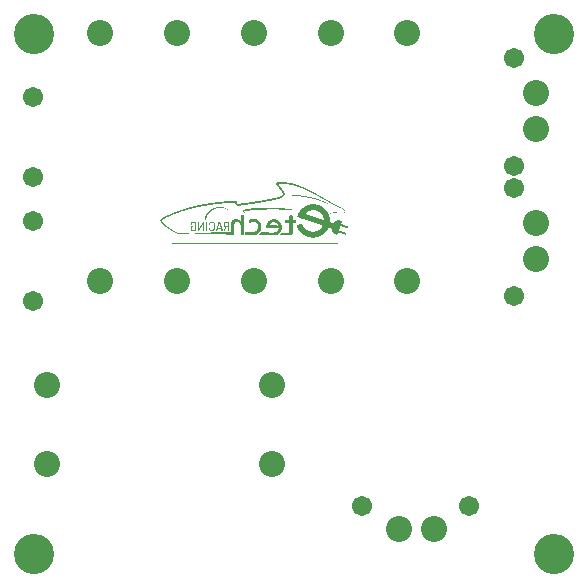
<source format=gbs>
G04*
G04 #@! TF.GenerationSoftware,Altium Limited,Altium Designer,22.11.1 (43)*
G04*
G04 Layer_Color=16711935*
%FSLAX44Y44*%
%MOMM*%
G71*
G04*
G04 #@! TF.SameCoordinates,647DE173-6EC2-479C-8ABE-F2EAD9736DF7*
G04*
G04*
G04 #@! TF.FilePolarity,Negative*
G04*
G01*
G75*
%ADD22C,2.2032*%
%ADD26C,1.7032*%
%ADD27C,3.4032*%
G36*
X249660Y333844D02*
X252132D01*
Y333745D01*
X253517D01*
Y333646D01*
X254604D01*
Y333548D01*
X255494D01*
Y333449D01*
X256384D01*
Y333350D01*
X257373D01*
Y333251D01*
X258065D01*
Y333152D01*
X258560D01*
Y333053D01*
X259252D01*
Y332954D01*
X259845D01*
Y332855D01*
X260439D01*
Y332756D01*
X260933D01*
Y332658D01*
X261428D01*
Y332559D01*
X261922D01*
Y332460D01*
X262515D01*
Y332361D01*
X263010D01*
Y332262D01*
X263405D01*
Y332163D01*
X263801D01*
Y332064D01*
X264196D01*
Y331965D01*
X264691D01*
Y331866D01*
X265185D01*
Y331768D01*
X265482D01*
Y331669D01*
X265877D01*
Y331570D01*
X266273D01*
Y331471D01*
X266669D01*
Y331372D01*
X266965D01*
Y331273D01*
X267262D01*
Y331174D01*
X267658D01*
Y331075D01*
X268053D01*
Y330976D01*
X268350D01*
Y330877D01*
X268745D01*
Y330779D01*
X268943D01*
Y330680D01*
X269339D01*
Y330581D01*
X269635D01*
Y330482D01*
X269932D01*
Y330383D01*
X270130D01*
Y330284D01*
X270426D01*
Y330185D01*
X270723D01*
Y330087D01*
X271020D01*
Y329988D01*
X271316D01*
Y329889D01*
X271514D01*
Y329790D01*
X271811D01*
Y329691D01*
X272107D01*
Y329592D01*
X272305D01*
Y329493D01*
X272602D01*
Y329394D01*
X272800D01*
Y329295D01*
X272997D01*
Y329197D01*
X273294D01*
Y329098D01*
X273492D01*
Y328999D01*
X273788D01*
Y328900D01*
X273986D01*
Y328801D01*
X274184D01*
Y328702D01*
X274481D01*
Y328603D01*
X274678D01*
Y328504D01*
X274876D01*
Y328405D01*
X275173D01*
Y328307D01*
X275371D01*
Y328208D01*
X275568D01*
Y328109D01*
X275766D01*
Y328010D01*
X275964D01*
Y327911D01*
X276162D01*
Y327812D01*
X276360D01*
Y327713D01*
X276557D01*
Y327614D01*
X276755D01*
Y327515D01*
X277052D01*
Y327416D01*
X277151D01*
Y327318D01*
X277348D01*
Y327219D01*
X277546D01*
Y327120D01*
X277744D01*
Y327021D01*
X277942D01*
Y326922D01*
X278139D01*
Y326823D01*
X278337D01*
Y326724D01*
X278436D01*
Y326527D01*
X278337D01*
Y326625D01*
X278041D01*
Y326724D01*
X277744D01*
Y326823D01*
X277546D01*
Y326922D01*
X277348D01*
Y327021D01*
X277052D01*
Y327120D01*
X276854D01*
Y327219D01*
X276656D01*
Y327318D01*
X276458D01*
Y327416D01*
X276162D01*
Y327515D01*
X275865D01*
Y327614D01*
X275667D01*
Y327713D01*
X275371D01*
Y327812D01*
X275173D01*
Y327911D01*
X274876D01*
Y328010D01*
X274580D01*
Y328109D01*
X274283D01*
Y328208D01*
X273986D01*
Y328307D01*
X273690D01*
Y328405D01*
X273393D01*
Y328504D01*
X273195D01*
Y328603D01*
X272899D01*
Y328702D01*
X272602D01*
Y328801D01*
X272305D01*
Y328900D01*
X272008D01*
Y328999D01*
X271712D01*
Y329098D01*
X271415D01*
Y329197D01*
X271119D01*
Y329295D01*
X270822D01*
Y329394D01*
X270426D01*
Y329493D01*
X270130D01*
Y329592D01*
X269833D01*
Y329691D01*
X269536D01*
Y329790D01*
X269240D01*
Y329889D01*
X268844D01*
Y329988D01*
X268547D01*
Y330087D01*
X268152D01*
Y330185D01*
X267855D01*
Y330284D01*
X267460D01*
Y330383D01*
X267064D01*
Y330482D01*
X266669D01*
Y330581D01*
X266273D01*
Y330680D01*
X265976D01*
Y330779D01*
X265482D01*
Y330877D01*
X265086D01*
Y330976D01*
X264691D01*
Y331075D01*
X264196D01*
Y331174D01*
X263801D01*
Y331273D01*
X263307D01*
Y331372D01*
X262812D01*
Y331471D01*
X262416D01*
Y331570D01*
X261922D01*
Y331669D01*
X261329D01*
Y331768D01*
X260834D01*
Y331866D01*
X260340D01*
Y331965D01*
X259845D01*
Y332064D01*
X259252D01*
Y332163D01*
X258659D01*
Y332262D01*
X257967D01*
Y332361D01*
X257373D01*
Y332460D01*
X256780D01*
Y332559D01*
X255989D01*
Y332658D01*
X255297D01*
Y332756D01*
X254506D01*
Y332855D01*
X253616D01*
Y332954D01*
X252824D01*
Y333053D01*
X251737D01*
Y333152D01*
X250649D01*
Y333251D01*
X249363D01*
Y333350D01*
X248078D01*
Y333449D01*
X246298D01*
Y333548D01*
X243628D01*
Y333646D01*
X243727D01*
Y333745D01*
X244221D01*
Y333844D01*
X247089D01*
Y333943D01*
X249660D01*
Y333844D01*
D02*
G37*
G36*
X232849Y323065D02*
X235124D01*
Y322967D01*
X237003D01*
Y322868D01*
X238288D01*
Y322769D01*
X239376D01*
Y322670D01*
X240562D01*
Y322571D01*
X241551D01*
Y322472D01*
X242540D01*
Y322373D01*
X243529D01*
Y322274D01*
X244122D01*
Y322175D01*
X244914D01*
Y322077D01*
X245804D01*
Y321978D01*
X246496D01*
Y321879D01*
X247089D01*
Y321780D01*
X247682D01*
Y321681D01*
X248375D01*
Y321582D01*
X248968D01*
Y321483D01*
X249660D01*
Y321384D01*
X250253D01*
Y321286D01*
X250352D01*
Y321088D01*
X248770D01*
Y321187D01*
X246891D01*
Y321286D01*
X245012D01*
Y321384D01*
X242441D01*
Y321483D01*
X239870D01*
Y321582D01*
X237003D01*
Y321681D01*
X227608D01*
Y321582D01*
X224246D01*
Y321483D01*
X221774D01*
Y321384D01*
X219796D01*
Y321286D01*
X218115D01*
Y321187D01*
X216731D01*
Y321088D01*
X215643D01*
Y320989D01*
X214456D01*
Y320890D01*
X213369D01*
Y320791D01*
X212380D01*
Y320692D01*
X211589D01*
Y320593D01*
X210798D01*
Y320494D01*
X210007D01*
Y320396D01*
X209215D01*
Y320297D01*
X208523D01*
Y320198D01*
X208029D01*
Y319901D01*
X208128D01*
Y319506D01*
X208227D01*
Y319209D01*
X208325D01*
Y318912D01*
X208424D01*
Y318517D01*
X208523D01*
Y318220D01*
X208622D01*
Y317923D01*
X208523D01*
Y318022D01*
X208424D01*
Y318121D01*
X208325D01*
Y318220D01*
X208227D01*
Y318418D01*
X208128D01*
Y318517D01*
X208029D01*
Y318715D01*
X207930D01*
Y318813D01*
X207831D01*
Y319011D01*
X207732D01*
Y319110D01*
X207633D01*
Y319308D01*
X207534D01*
Y319407D01*
X207435D01*
Y319604D01*
X207337D01*
Y319802D01*
X207238D01*
Y319901D01*
X207139D01*
Y320099D01*
X207040D01*
Y320198D01*
X206941D01*
Y320396D01*
X206842D01*
Y320494D01*
X206743D01*
Y320692D01*
X206644D01*
Y320791D01*
X206546D01*
Y320989D01*
X206447D01*
Y321088D01*
X206546D01*
Y321187D01*
X206941D01*
Y321286D01*
X207337D01*
Y321384D01*
X207831D01*
Y321483D01*
X208325D01*
Y321582D01*
X208820D01*
Y321681D01*
X209413D01*
Y321780D01*
X210007D01*
Y321879D01*
X210501D01*
Y321978D01*
X211193D01*
Y322077D01*
X211885D01*
Y322175D01*
X212676D01*
Y322274D01*
X213369D01*
Y322373D01*
X214061D01*
Y322472D01*
X215050D01*
Y322571D01*
X215940D01*
Y322670D01*
X217126D01*
Y322769D01*
X218115D01*
Y322868D01*
X219500D01*
Y322967D01*
X221082D01*
Y323065D01*
X223653D01*
Y323164D01*
X232849D01*
Y323065D01*
D02*
G37*
G36*
X188449Y323659D02*
X189141D01*
Y323560D01*
X189735D01*
Y323461D01*
X190130D01*
Y323362D01*
X190526D01*
Y323263D01*
X190823D01*
Y323164D01*
X191119D01*
Y323065D01*
X191416D01*
Y322967D01*
X191712D01*
Y322868D01*
X192009D01*
Y322769D01*
X192207D01*
Y322670D01*
X192405D01*
Y322571D01*
X192603D01*
Y322472D01*
X192800D01*
Y322373D01*
X192998D01*
Y322274D01*
X193196D01*
Y322175D01*
X193394D01*
Y322077D01*
X193591D01*
Y321978D01*
X193690D01*
Y321879D01*
X193888D01*
Y321780D01*
X193987D01*
Y321681D01*
X194185D01*
Y321582D01*
X194284D01*
Y321483D01*
X194481D01*
Y321384D01*
X194580D01*
Y321286D01*
X194778D01*
Y321187D01*
X194877D01*
Y321088D01*
X194976D01*
Y320989D01*
X195173D01*
Y320890D01*
X195272D01*
Y320791D01*
X195371D01*
Y320692D01*
X195470D01*
Y320593D01*
X195569D01*
Y320494D01*
X195668D01*
Y320396D01*
X195767D01*
Y320297D01*
X195866D01*
Y320198D01*
X196063D01*
Y320000D01*
X196162D01*
Y319901D01*
X196261D01*
Y319802D01*
X196360D01*
Y319604D01*
X196261D01*
Y319703D01*
X196162D01*
Y319802D01*
X196063D01*
Y319901D01*
X195866D01*
Y320000D01*
X195767D01*
Y320099D01*
X195668D01*
Y320198D01*
X195569D01*
Y320297D01*
X195371D01*
Y320396D01*
X195272D01*
Y320494D01*
X195173D01*
Y320593D01*
X195075D01*
Y320692D01*
X194877D01*
Y320791D01*
X194778D01*
Y320890D01*
X194580D01*
Y320989D01*
X194481D01*
Y321088D01*
X194284D01*
Y321187D01*
X194086D01*
Y321286D01*
X193987D01*
Y321384D01*
X193789D01*
Y321483D01*
X193591D01*
Y321582D01*
X193394D01*
Y321681D01*
X193196D01*
Y321780D01*
X192998D01*
Y321879D01*
X192701D01*
Y321978D01*
X192504D01*
Y322077D01*
X192306D01*
Y322175D01*
X192009D01*
Y322274D01*
X191712D01*
Y322373D01*
X191416D01*
Y322472D01*
X191119D01*
Y322571D01*
X190724D01*
Y322670D01*
X190328D01*
Y322769D01*
X189735D01*
Y322868D01*
X188944D01*
Y322967D01*
X186570D01*
Y322868D01*
X185680D01*
Y322769D01*
X185186D01*
Y322670D01*
X184692D01*
Y322571D01*
X184395D01*
Y322472D01*
X184098D01*
Y322373D01*
X183703D01*
Y322274D01*
X183406D01*
Y322175D01*
X183208D01*
Y322077D01*
X182911D01*
Y321978D01*
X182714D01*
Y321879D01*
X182516D01*
Y321780D01*
X182219D01*
Y321681D01*
X182120D01*
Y321582D01*
X181923D01*
Y321483D01*
X181725D01*
Y321384D01*
X181527D01*
Y321286D01*
X181329D01*
Y321187D01*
X181231D01*
Y321088D01*
X181033D01*
Y320989D01*
X180835D01*
Y320890D01*
X180736D01*
Y320791D01*
X180538D01*
Y320692D01*
X180439D01*
Y320593D01*
X180340D01*
Y320494D01*
X180143D01*
Y320396D01*
X180044D01*
Y320297D01*
X179945D01*
Y320198D01*
X179747D01*
Y320099D01*
X179648D01*
Y320000D01*
X179549D01*
Y319901D01*
X179450D01*
Y319802D01*
X179352D01*
Y319703D01*
X179253D01*
Y319604D01*
X179154D01*
Y319506D01*
X179055D01*
Y319407D01*
X178956D01*
Y319308D01*
X178857D01*
Y319209D01*
X178758D01*
Y319110D01*
X178659D01*
Y319011D01*
X178561D01*
Y318912D01*
X178462D01*
Y318813D01*
X178363D01*
Y318715D01*
X178264D01*
Y318517D01*
X178165D01*
Y318418D01*
X178066D01*
Y318319D01*
X177967D01*
Y318220D01*
X177868D01*
Y318022D01*
X177769D01*
Y317923D01*
X177670D01*
Y317824D01*
X177572D01*
Y317627D01*
X177473D01*
Y317528D01*
X177374D01*
Y317330D01*
X177275D01*
Y317231D01*
X177176D01*
Y317033D01*
X177077D01*
Y316836D01*
X176978D01*
Y316737D01*
X176880D01*
Y316539D01*
X176781D01*
Y316341D01*
X176682D01*
Y316143D01*
X176583D01*
Y315946D01*
X176484D01*
Y315748D01*
X176385D01*
Y315649D01*
Y315451D01*
X176286D01*
Y315253D01*
X176187D01*
Y314957D01*
X176088D01*
Y314759D01*
X175989D01*
Y314462D01*
X175891D01*
Y314067D01*
X175792D01*
Y313671D01*
X175693D01*
Y313276D01*
X175594D01*
Y313177D01*
X175495D01*
Y313078D01*
X174506D01*
Y313177D01*
X174308D01*
Y313473D01*
X174407D01*
Y313869D01*
X174506D01*
Y314166D01*
X174605D01*
Y314561D01*
X174704D01*
Y314858D01*
X174803D01*
Y315056D01*
X174902D01*
Y315352D01*
X175001D01*
Y315649D01*
X175100D01*
Y315847D01*
X175198D01*
Y316045D01*
X175297D01*
Y316242D01*
X175396D01*
Y316440D01*
X175495D01*
Y316638D01*
X175594D01*
Y316836D01*
X175693D01*
Y317033D01*
X175792D01*
Y317231D01*
X175891D01*
Y317429D01*
X175989D01*
Y317528D01*
X176088D01*
Y317726D01*
X176187D01*
Y317824D01*
X176286D01*
Y318022D01*
X176385D01*
Y318121D01*
X176484D01*
Y318319D01*
X176583D01*
Y318418D01*
X176682D01*
Y318517D01*
X176781D01*
Y318715D01*
X176880D01*
Y318813D01*
X176978D01*
Y318912D01*
X177077D01*
Y319110D01*
X177176D01*
Y319209D01*
X177275D01*
Y319308D01*
X177374D01*
Y319407D01*
X177473D01*
Y319506D01*
X177572D01*
Y319604D01*
X177670D01*
Y319703D01*
X177769D01*
Y319802D01*
X177868D01*
Y319901D01*
X177967D01*
Y320000D01*
X178066D01*
Y320099D01*
X178165D01*
Y320198D01*
X178264D01*
Y320297D01*
X178363D01*
Y320396D01*
X178462D01*
Y320494D01*
X178561D01*
Y320593D01*
X178659D01*
Y320692D01*
X178857D01*
Y320791D01*
X178956D01*
Y320890D01*
X179055D01*
Y320989D01*
X179154D01*
Y321088D01*
X179352D01*
Y321187D01*
X179450D01*
Y321286D01*
X179549D01*
Y321384D01*
X179747D01*
Y321483D01*
X179846D01*
Y321582D01*
X180044D01*
Y321681D01*
X180143D01*
Y321780D01*
X180340D01*
Y321879D01*
X180439D01*
Y321978D01*
X180637D01*
Y322077D01*
X180835D01*
Y322175D01*
X181033D01*
Y322274D01*
X181231D01*
Y322373D01*
X181428D01*
Y322472D01*
X181626D01*
Y322571D01*
X181824D01*
Y322670D01*
X182022D01*
Y322769D01*
X182318D01*
Y322868D01*
X182516D01*
Y322967D01*
X182813D01*
Y323065D01*
X183109D01*
Y323164D01*
X183406D01*
Y323263D01*
X183703D01*
Y323362D01*
X184098D01*
Y323461D01*
X184593D01*
Y323560D01*
X185186D01*
Y323659D01*
X185878D01*
Y323758D01*
X188449D01*
Y323659D01*
D02*
G37*
G36*
X242540Y344623D02*
X243430D01*
Y344524D01*
X244122D01*
Y344425D01*
X244815D01*
Y344326D01*
X245507D01*
Y344227D01*
X246100D01*
Y344128D01*
X246693D01*
Y344030D01*
X247089D01*
Y343931D01*
X247584D01*
Y343832D01*
X248078D01*
Y343733D01*
X248473D01*
Y343634D01*
X248869D01*
Y343535D01*
X249265D01*
Y343436D01*
X249561D01*
Y343337D01*
X249957D01*
Y343238D01*
X250352D01*
Y343139D01*
X250649D01*
Y343041D01*
X251045D01*
Y342942D01*
X251341D01*
Y342843D01*
X251638D01*
Y342744D01*
X252033D01*
Y342645D01*
X252231D01*
Y342546D01*
X252528D01*
Y342447D01*
X252824D01*
Y342348D01*
X253220D01*
Y342249D01*
X253517D01*
Y342151D01*
X253715D01*
Y342052D01*
X254011D01*
Y341953D01*
X254308D01*
Y341854D01*
X254506D01*
Y341755D01*
X254802D01*
Y341656D01*
X255000D01*
Y341557D01*
X255297D01*
Y341458D01*
X255593D01*
Y341360D01*
X255890D01*
Y341261D01*
X256088D01*
Y341162D01*
X256384D01*
Y341063D01*
X256582D01*
Y340964D01*
X256780D01*
Y340865D01*
X257077D01*
Y340766D01*
X257274D01*
Y340667D01*
X257472D01*
Y340569D01*
X257670D01*
Y340470D01*
X257967D01*
Y340371D01*
X258164D01*
Y340272D01*
X258362D01*
Y340173D01*
X258560D01*
Y340074D01*
X258857D01*
Y339975D01*
X259054D01*
Y339876D01*
X259252D01*
Y339777D01*
X259450D01*
Y339678D01*
X259648D01*
Y339580D01*
X259845D01*
Y339481D01*
X260043D01*
Y339382D01*
X260241D01*
Y339283D01*
X260439D01*
Y339184D01*
X260637D01*
Y339085D01*
X260933D01*
Y338986D01*
X261131D01*
Y338887D01*
X261329D01*
Y338788D01*
X261527D01*
Y338690D01*
X261724D01*
Y338591D01*
X261922D01*
Y338492D01*
X262120D01*
Y338393D01*
X262318D01*
Y338294D01*
X262515D01*
Y338195D01*
X262713D01*
Y338096D01*
X262911D01*
Y337997D01*
X263109D01*
Y337898D01*
X263307D01*
Y337800D01*
X263504D01*
Y337701D01*
X263702D01*
Y337602D01*
X263900D01*
Y337503D01*
X264098D01*
Y337404D01*
X264196D01*
Y337305D01*
X264394D01*
Y337206D01*
X264592D01*
Y337107D01*
X264790D01*
Y337009D01*
X264988D01*
Y336910D01*
X265185D01*
Y336811D01*
X265383D01*
Y336712D01*
X265581D01*
Y336613D01*
X265779D01*
Y336514D01*
X265877D01*
Y336415D01*
X266075D01*
Y336316D01*
X266273D01*
Y336217D01*
X266471D01*
Y336119D01*
X266669D01*
Y336020D01*
X266866D01*
Y335921D01*
X267064D01*
Y335822D01*
X267163D01*
Y335723D01*
X267460D01*
Y335624D01*
X267559D01*
Y335525D01*
X267756D01*
Y335426D01*
X267954D01*
Y335327D01*
X268152D01*
Y335229D01*
X268350D01*
Y335130D01*
X268547D01*
Y335031D01*
X268646D01*
Y334932D01*
X268844D01*
Y334833D01*
X269042D01*
Y334734D01*
X269240D01*
Y334635D01*
X269438D01*
Y334536D01*
X269536D01*
Y334437D01*
X269734D01*
Y334339D01*
X269932D01*
Y334240D01*
X270130D01*
Y334141D01*
X270327D01*
Y334042D01*
X270426D01*
Y333943D01*
X270624D01*
Y333844D01*
X270822D01*
Y333745D01*
X271020D01*
Y333646D01*
X271119D01*
Y333548D01*
X271316D01*
Y333449D01*
X271514D01*
Y333350D01*
X271712D01*
Y333251D01*
X271811D01*
Y333152D01*
X272008D01*
Y333053D01*
X272206D01*
Y332954D01*
X272404D01*
Y332855D01*
X272602D01*
Y332756D01*
X272701D01*
Y332658D01*
X272899D01*
Y332559D01*
X273096D01*
Y332460D01*
X273294D01*
Y332361D01*
X273393D01*
Y332262D01*
X273591D01*
Y332163D01*
X273788D01*
Y332064D01*
X273887D01*
Y331965D01*
X274085D01*
Y331866D01*
X274283D01*
Y331768D01*
X274481D01*
Y331669D01*
X274580D01*
Y331570D01*
X274777D01*
Y331471D01*
X274975D01*
Y331372D01*
X275173D01*
Y331273D01*
X275272D01*
Y331174D01*
X275469D01*
Y331075D01*
X275667D01*
Y330976D01*
X275865D01*
Y330877D01*
X275964D01*
Y330779D01*
X276162D01*
Y330680D01*
X276360D01*
Y330581D01*
X276458D01*
Y330482D01*
X276656D01*
Y330383D01*
X276854D01*
Y330284D01*
X276953D01*
Y330185D01*
X277151D01*
Y330087D01*
X277348D01*
Y329988D01*
X277546D01*
Y329889D01*
X277645D01*
Y329790D01*
X277843D01*
Y329691D01*
X278041D01*
Y329592D01*
X278238D01*
Y329493D01*
X278337D01*
Y329394D01*
X278535D01*
Y329295D01*
X278733D01*
Y329197D01*
X278931D01*
Y329098D01*
X279030D01*
Y328999D01*
X279227D01*
Y328900D01*
X279425D01*
Y328801D01*
X279524D01*
Y328702D01*
X279722D01*
Y328603D01*
X279919D01*
Y328504D01*
X280117D01*
Y328405D01*
X280216D01*
Y328307D01*
X280414D01*
Y328208D01*
X280612D01*
Y328109D01*
X280711D01*
Y328010D01*
X280908D01*
Y327911D01*
X281106D01*
Y327812D01*
X281205D01*
Y327713D01*
X281403D01*
Y327614D01*
X281600D01*
Y327515D01*
X281699D01*
Y327416D01*
X281897D01*
Y327318D01*
X282095D01*
Y327219D01*
X282194D01*
Y327120D01*
X282392D01*
Y327021D01*
X282589D01*
Y326922D01*
X282787D01*
Y326823D01*
X282886D01*
Y326724D01*
X283084D01*
Y326625D01*
X283282D01*
Y326527D01*
X283479D01*
Y326428D01*
X283578D01*
Y326329D01*
X283776D01*
Y326230D01*
X283974D01*
Y326131D01*
X284172D01*
Y326032D01*
X284369D01*
Y325933D01*
X284567D01*
Y325834D01*
X284765D01*
Y325735D01*
X284963D01*
Y325636D01*
X285062D01*
Y325538D01*
X285259D01*
Y325439D01*
X285457D01*
Y325340D01*
X285655D01*
Y325241D01*
X285853D01*
Y325142D01*
X286050D01*
Y325043D01*
X286248D01*
Y324944D01*
X286446D01*
Y324846D01*
X286644D01*
Y324747D01*
X286842D01*
Y324648D01*
X287039D01*
Y324549D01*
X287237D01*
Y324450D01*
X287435D01*
Y324351D01*
X287633D01*
Y324252D01*
X287929D01*
Y324153D01*
X288127D01*
Y324054D01*
X288325D01*
Y323955D01*
X288523D01*
Y323857D01*
X288720D01*
Y323758D01*
X288918D01*
Y323659D01*
X289215D01*
Y323560D01*
X289413D01*
Y323461D01*
X289709D01*
Y323362D01*
X289907D01*
Y323263D01*
X290105D01*
Y323164D01*
X290401D01*
Y323065D01*
X290599D01*
Y322967D01*
X290797D01*
Y322868D01*
X290896D01*
Y322769D01*
X291094D01*
Y322670D01*
X291291D01*
Y322571D01*
X291390D01*
Y322472D01*
X291489D01*
Y322373D01*
X291687D01*
Y322274D01*
X291786D01*
Y322175D01*
X291885D01*
Y322077D01*
X291984D01*
Y321978D01*
X292083D01*
Y321879D01*
X292181D01*
Y321780D01*
X292280D01*
Y321681D01*
X292379D01*
Y321582D01*
X292478D01*
Y321483D01*
X292577D01*
Y321384D01*
X292676D01*
Y321286D01*
X292775D01*
Y321088D01*
X292874D01*
Y320989D01*
X292973D01*
Y320890D01*
X293071D01*
Y320692D01*
X293170D01*
Y320494D01*
X293269D01*
Y320297D01*
X293368D01*
Y320099D01*
X293467D01*
Y319901D01*
X293566D01*
Y319110D01*
X293467D01*
Y319011D01*
X292577D01*
Y319110D01*
X286644D01*
Y319011D01*
X285062D01*
Y318912D01*
X284270D01*
Y318813D01*
X283578D01*
Y318715D01*
X282985D01*
Y318616D01*
X282491D01*
Y318517D01*
X282095D01*
Y318418D01*
X281798D01*
Y318319D01*
X281502D01*
Y318220D01*
X281304D01*
Y318121D01*
X281205D01*
Y318022D01*
X281007D01*
Y317923D01*
X280908D01*
Y317824D01*
X280711D01*
Y318022D01*
X280809D01*
Y318121D01*
X280908D01*
Y318220D01*
X281106D01*
Y318319D01*
X281205D01*
Y318418D01*
X281403D01*
Y318517D01*
X281600D01*
Y318616D01*
X281897D01*
Y318715D01*
X282194D01*
Y318813D01*
X282589D01*
Y318912D01*
X282985D01*
Y319011D01*
X283381D01*
Y319110D01*
X284073D01*
Y319209D01*
X285062D01*
Y319308D01*
X286149D01*
Y319407D01*
X287534D01*
Y319506D01*
X290401D01*
Y319604D01*
X290599D01*
Y319506D01*
X290797D01*
Y319604D01*
X291094D01*
Y319506D01*
X291489D01*
Y319604D01*
X291687D01*
Y319506D01*
X293071D01*
Y319802D01*
X292973D01*
Y320099D01*
X292874D01*
Y320198D01*
X292775D01*
Y320396D01*
X292676D01*
Y320494D01*
X292577D01*
Y320692D01*
X292478D01*
Y320791D01*
X292379D01*
Y320890D01*
X292280D01*
Y321088D01*
X292181D01*
Y321187D01*
X292083D01*
Y321286D01*
X291984D01*
Y321384D01*
X291885D01*
Y321483D01*
X291786D01*
Y321582D01*
X291588D01*
Y321681D01*
X291489D01*
Y321780D01*
X291390D01*
Y321879D01*
X291291D01*
Y321978D01*
X291094D01*
Y322077D01*
X290995D01*
Y322175D01*
X290797D01*
Y322274D01*
X290599D01*
Y322373D01*
X290401D01*
Y322472D01*
X290204D01*
Y322571D01*
X290006D01*
Y322670D01*
X289709D01*
Y322769D01*
X289512D01*
Y322868D01*
X289215D01*
Y322967D01*
X289017D01*
Y323065D01*
X288720D01*
Y323164D01*
X288523D01*
Y323263D01*
X288226D01*
Y323362D01*
X288028D01*
Y323461D01*
X287830D01*
Y323560D01*
X287633D01*
Y323659D01*
X287336D01*
Y323758D01*
X287138D01*
Y323857D01*
X286940D01*
Y323955D01*
X286743D01*
Y324054D01*
X286545D01*
Y324153D01*
X286248D01*
Y324252D01*
X286050D01*
Y324351D01*
X285853D01*
Y324450D01*
X285655D01*
Y324549D01*
X285457D01*
Y324648D01*
X285259D01*
Y324747D01*
X285062D01*
Y324846D01*
X284864D01*
Y324944D01*
X284666D01*
Y325043D01*
X284468D01*
Y325142D01*
X284270D01*
Y325241D01*
X284073D01*
Y325340D01*
X283875D01*
Y325439D01*
X283677D01*
Y325538D01*
X283479D01*
Y325636D01*
X283282D01*
Y325735D01*
X283084D01*
Y325834D01*
X282886D01*
Y325933D01*
X282787D01*
Y326032D01*
X282589D01*
Y326131D01*
X282392D01*
Y326230D01*
X282194D01*
Y326329D01*
X281996D01*
Y326428D01*
X281798D01*
Y326527D01*
X281600D01*
Y326625D01*
X281403D01*
Y326724D01*
X281304D01*
Y326823D01*
X281106D01*
Y326922D01*
X280908D01*
Y327021D01*
X280711D01*
Y327120D01*
X280513D01*
Y327219D01*
X280414D01*
Y327318D01*
X280216D01*
Y327416D01*
X280018D01*
Y327515D01*
X279820D01*
Y327614D01*
X279722D01*
Y327713D01*
X279524D01*
Y327812D01*
X279326D01*
Y327911D01*
X279227D01*
Y328010D01*
X279030D01*
Y328109D01*
X278832D01*
Y328208D01*
X278634D01*
Y328307D01*
X278436D01*
Y328405D01*
X278337D01*
Y328504D01*
X278139D01*
Y328603D01*
X277942D01*
Y328702D01*
X277744D01*
Y328801D01*
X277546D01*
Y328900D01*
X277348D01*
Y328999D01*
X277250D01*
Y329098D01*
X277052D01*
Y329197D01*
X276854D01*
Y329295D01*
X276656D01*
Y329394D01*
X276458D01*
Y329493D01*
X276360D01*
Y329592D01*
X276162D01*
Y329691D01*
X275964D01*
Y329790D01*
X275766D01*
Y329889D01*
X275568D01*
Y329988D01*
X275469D01*
Y330087D01*
X275272D01*
Y330185D01*
X275074D01*
Y330284D01*
X274876D01*
Y330383D01*
X274678D01*
Y330482D01*
X274580D01*
Y330581D01*
X274382D01*
Y330680D01*
X274184D01*
Y330779D01*
X273986D01*
Y330877D01*
X273887D01*
Y330976D01*
X273690D01*
Y331075D01*
X273492D01*
Y331174D01*
X273294D01*
Y331273D01*
X273096D01*
Y331372D01*
X272997D01*
Y331471D01*
X272800D01*
Y331570D01*
X272602D01*
Y331669D01*
X272404D01*
Y331768D01*
X272305D01*
Y331866D01*
X272107D01*
Y331965D01*
X271910D01*
Y332064D01*
X271712D01*
Y332163D01*
X271514D01*
Y332262D01*
X271316D01*
Y332361D01*
X271119D01*
Y332460D01*
X271020D01*
Y332559D01*
X270822D01*
Y332658D01*
X270624D01*
Y332756D01*
X270426D01*
Y332855D01*
X270229D01*
Y332954D01*
X270031D01*
Y333053D01*
X269932D01*
Y333152D01*
X269734D01*
Y333251D01*
X269536D01*
Y333350D01*
X269339D01*
Y333449D01*
X269141D01*
Y333548D01*
X268943D01*
Y333646D01*
X268745D01*
Y333745D01*
X268646D01*
Y333844D01*
X268449D01*
Y333943D01*
X268251D01*
Y334042D01*
X268053D01*
Y334141D01*
X267855D01*
Y334240D01*
X267658D01*
Y334339D01*
X267460D01*
Y334437D01*
X267361D01*
Y334536D01*
X267163D01*
Y334635D01*
X266965D01*
Y334734D01*
X266768D01*
Y334833D01*
X266570D01*
Y334932D01*
X266372D01*
Y335031D01*
X266174D01*
Y335130D01*
X265976D01*
Y335229D01*
X265779D01*
Y335327D01*
X265581D01*
Y335426D01*
X265383D01*
Y335525D01*
X265185D01*
Y335624D01*
X264988D01*
Y335723D01*
X264790D01*
Y335822D01*
X264592D01*
Y335921D01*
X264394D01*
Y336020D01*
X264196D01*
Y336119D01*
X263999D01*
Y336217D01*
X263801D01*
Y336316D01*
X263603D01*
Y336415D01*
X263405D01*
Y336514D01*
X263208D01*
Y336613D01*
X263010D01*
Y336712D01*
X262911D01*
Y336811D01*
X262614D01*
Y336910D01*
X262416D01*
Y337009D01*
X262219D01*
Y337107D01*
X262021D01*
Y337206D01*
X261823D01*
Y337305D01*
X261625D01*
Y337404D01*
X261428D01*
Y337503D01*
X261230D01*
Y337602D01*
X261032D01*
Y337701D01*
X260834D01*
Y337800D01*
X260637D01*
Y337898D01*
X260439D01*
Y337997D01*
X260142D01*
Y338096D01*
X259944D01*
Y338195D01*
X259746D01*
Y338294D01*
X259549D01*
Y338393D01*
X259351D01*
Y338492D01*
X259153D01*
Y338591D01*
X258955D01*
Y338690D01*
X258758D01*
Y338788D01*
X258461D01*
Y338887D01*
X258263D01*
Y338986D01*
X258065D01*
Y339085D01*
X257868D01*
Y339184D01*
X257571D01*
Y339283D01*
X257373D01*
Y339382D01*
X257077D01*
Y339481D01*
X256879D01*
Y339580D01*
X256681D01*
Y339678D01*
X256483D01*
Y339777D01*
X256187D01*
Y339876D01*
X255989D01*
Y339975D01*
X255692D01*
Y340074D01*
X255494D01*
Y340173D01*
X255198D01*
Y340272D01*
X254901D01*
Y340371D01*
X254604D01*
Y340470D01*
X254407D01*
Y340569D01*
X254110D01*
Y340667D01*
X253912D01*
Y340766D01*
X253616D01*
Y340865D01*
X253319D01*
Y340964D01*
X253022D01*
Y341063D01*
X252726D01*
Y341162D01*
X252429D01*
Y341261D01*
X252033D01*
Y341360D01*
X251836D01*
Y341458D01*
X251440D01*
Y341557D01*
X251143D01*
Y341656D01*
X250748D01*
Y341755D01*
X250451D01*
Y341854D01*
X250056D01*
Y341953D01*
X249759D01*
Y342052D01*
X249363D01*
Y342151D01*
X248968D01*
Y342249D01*
X248572D01*
Y342348D01*
X248177D01*
Y342447D01*
X247682D01*
Y342546D01*
X247188D01*
Y342645D01*
X246693D01*
Y342744D01*
X246199D01*
Y342843D01*
X245606D01*
Y342942D01*
X245012D01*
Y343041D01*
X244221D01*
Y343139D01*
X243331D01*
Y343238D01*
X242342D01*
Y343337D01*
X237695D01*
Y343238D01*
X237003D01*
Y343139D01*
X236805D01*
Y342942D01*
X236904D01*
Y342843D01*
X237003D01*
Y342744D01*
X237101D01*
Y342546D01*
X237200D01*
Y342447D01*
X237299D01*
Y342348D01*
X237398D01*
Y342151D01*
X237497D01*
Y342052D01*
X237596D01*
Y341854D01*
X237695D01*
Y341755D01*
X237794D01*
Y341656D01*
X237893D01*
Y341458D01*
X237991D01*
Y341360D01*
X238090D01*
Y341162D01*
X238189D01*
Y341063D01*
X238288D01*
Y340964D01*
X238387D01*
Y340766D01*
X238486D01*
Y340667D01*
X238585D01*
Y340569D01*
X238684D01*
Y340371D01*
X238783D01*
Y340272D01*
X238881D01*
Y340074D01*
X238980D01*
Y339975D01*
X239079D01*
Y339876D01*
X239178D01*
Y339678D01*
X239277D01*
Y339580D01*
X239376D01*
Y339481D01*
X239475D01*
Y339283D01*
X239574D01*
Y339184D01*
X239673D01*
Y339085D01*
X239771D01*
Y338887D01*
X239870D01*
Y338788D01*
X239969D01*
Y338591D01*
X240068D01*
Y338492D01*
X240167D01*
Y338393D01*
X240266D01*
Y338195D01*
X240365D01*
Y338096D01*
X240464D01*
Y337997D01*
X240562D01*
Y337898D01*
X240661D01*
Y337701D01*
X240760D01*
Y337602D01*
X240859D01*
Y337503D01*
X240958D01*
Y337305D01*
X241057D01*
Y337206D01*
X241156D01*
Y337107D01*
X241255D01*
Y336910D01*
X241354D01*
Y336811D01*
X241453D01*
Y336712D01*
X241551D01*
Y336514D01*
X241650D01*
Y336415D01*
X241749D01*
Y336217D01*
X241848D01*
Y336020D01*
X241947D01*
Y335723D01*
X242046D01*
Y335426D01*
X242145D01*
Y334437D01*
X242046D01*
Y334042D01*
X241947D01*
Y333844D01*
X241848D01*
Y333646D01*
X241749D01*
Y333449D01*
X241650D01*
Y333350D01*
X241551D01*
Y333152D01*
X241453D01*
Y333053D01*
X241354D01*
Y332954D01*
X241255D01*
Y332855D01*
X241156D01*
Y332756D01*
X241057D01*
Y332658D01*
X240958D01*
Y332559D01*
X240859D01*
Y332460D01*
X240760D01*
Y332361D01*
X240562D01*
Y332262D01*
X240464D01*
Y332163D01*
X240266D01*
Y332064D01*
X240167D01*
Y331965D01*
X239969D01*
Y331866D01*
X239870D01*
Y331768D01*
X239673D01*
Y331669D01*
X239475D01*
Y331570D01*
X239277D01*
Y331471D01*
X239079D01*
Y331372D01*
X238881D01*
Y331273D01*
X238684D01*
Y331174D01*
X238387D01*
Y331075D01*
X238189D01*
Y330976D01*
X237893D01*
Y330877D01*
X237695D01*
Y330779D01*
X237398D01*
Y330680D01*
X237101D01*
Y330581D01*
X236805D01*
Y330482D01*
X236508D01*
Y330383D01*
X236113D01*
Y330284D01*
X235717D01*
Y330185D01*
X235322D01*
Y330087D01*
X234926D01*
Y329988D01*
X234531D01*
Y329889D01*
X234036D01*
Y329790D01*
X233542D01*
Y329691D01*
X233146D01*
Y329592D01*
X232750D01*
Y329493D01*
X232256D01*
Y329394D01*
X231762D01*
Y329295D01*
X231267D01*
Y329197D01*
X230773D01*
Y329098D01*
X230377D01*
Y328999D01*
X229784D01*
Y328900D01*
X229289D01*
Y328801D01*
X228795D01*
Y328702D01*
X228301D01*
Y328603D01*
X227806D01*
Y328504D01*
X227213D01*
Y328405D01*
X226619D01*
Y328307D01*
X226125D01*
Y328208D01*
X225631D01*
Y328109D01*
X225037D01*
Y328010D01*
X224444D01*
Y327911D01*
X223851D01*
Y327812D01*
X223257D01*
Y327713D01*
X222763D01*
Y327614D01*
X222170D01*
Y327515D01*
X221576D01*
Y327416D01*
X220983D01*
Y327318D01*
X220291D01*
Y327219D01*
X219796D01*
Y327120D01*
X219203D01*
Y327021D01*
X218511D01*
Y326922D01*
X217917D01*
Y326823D01*
X217225D01*
Y326724D01*
X216731D01*
Y326625D01*
X216039D01*
Y326527D01*
X215346D01*
Y326428D01*
X214654D01*
Y326329D01*
X214061D01*
Y326230D01*
X213468D01*
Y326131D01*
X212775D01*
Y326032D01*
X212083D01*
Y325933D01*
X211391D01*
Y325834D01*
X210798D01*
Y325735D01*
X210105D01*
Y325636D01*
X209413D01*
Y325538D01*
X208523D01*
Y325439D01*
X207930D01*
Y325340D01*
X207238D01*
Y325241D01*
X206546D01*
Y325142D01*
X205754D01*
Y325043D01*
X204963D01*
Y324944D01*
X204271D01*
Y324846D01*
X203579D01*
Y324747D01*
X202293D01*
Y324846D01*
X201997D01*
Y324944D01*
X201799D01*
Y325043D01*
X201601D01*
Y325142D01*
X201502D01*
Y325241D01*
X201304D01*
Y325340D01*
X201206D01*
Y325439D01*
X201107D01*
Y325538D01*
X201008D01*
Y325735D01*
X200909D01*
Y325834D01*
X200810D01*
Y326032D01*
X200711D01*
Y326230D01*
X200612D01*
Y326428D01*
X200513D01*
Y326724D01*
X200415D01*
Y326922D01*
X200316D01*
Y327219D01*
X200217D01*
Y327416D01*
X199228D01*
Y327318D01*
X197646D01*
Y327219D01*
X195965D01*
Y327120D01*
X193987D01*
Y327021D01*
X192504D01*
Y326922D01*
X191416D01*
Y326823D01*
X190427D01*
Y326724D01*
X189339D01*
Y326625D01*
X188251D01*
Y326527D01*
X187065D01*
Y326428D01*
X185977D01*
Y326329D01*
X185285D01*
Y326230D01*
X184494D01*
Y326131D01*
X183703D01*
Y326032D01*
X182813D01*
Y325933D01*
X182120D01*
Y325834D01*
X181329D01*
Y325735D01*
X180637D01*
Y325636D01*
X179846D01*
Y325538D01*
X179055D01*
Y325439D01*
X178462D01*
Y325340D01*
X177967D01*
Y325241D01*
X177275D01*
Y325142D01*
X176682D01*
Y325043D01*
X176088D01*
Y324944D01*
X175396D01*
Y324846D01*
X174902D01*
Y324747D01*
X174308D01*
Y324648D01*
X173616D01*
Y324549D01*
X173122D01*
Y324450D01*
X172627D01*
Y324351D01*
X172133D01*
Y324252D01*
X171639D01*
Y324153D01*
X171144D01*
Y324054D01*
X170650D01*
Y323955D01*
X170155D01*
Y323857D01*
X169661D01*
Y323758D01*
X169166D01*
Y323659D01*
X168672D01*
Y323560D01*
X168177D01*
Y323461D01*
X167782D01*
Y323362D01*
X167287D01*
Y323263D01*
X166892D01*
Y323164D01*
X166496D01*
Y323065D01*
X166101D01*
Y322967D01*
X165705D01*
Y322868D01*
X165211D01*
Y322769D01*
X164815D01*
Y322670D01*
X164420D01*
Y322571D01*
X164024D01*
Y322472D01*
X163629D01*
Y322373D01*
X163233D01*
Y322274D01*
X162739D01*
Y322175D01*
X162343D01*
Y322077D01*
X162046D01*
Y321978D01*
X161651D01*
Y321879D01*
X161354D01*
Y321780D01*
X160959D01*
Y321681D01*
X160563D01*
Y321582D01*
X160266D01*
Y321483D01*
X159871D01*
Y321384D01*
X159574D01*
Y321286D01*
X159179D01*
Y321187D01*
X158783D01*
Y321088D01*
X158487D01*
Y320989D01*
X158091D01*
Y320890D01*
X157794D01*
Y320791D01*
X157399D01*
Y320692D01*
X157102D01*
Y320593D01*
X156805D01*
Y320494D01*
X156509D01*
Y320396D01*
X156212D01*
Y320297D01*
X155817D01*
Y320198D01*
X155619D01*
Y320099D01*
X155223D01*
Y320000D01*
X154927D01*
Y319901D01*
X154630D01*
Y319802D01*
X154333D01*
Y319703D01*
X154037D01*
Y319604D01*
X153740D01*
Y319506D01*
X153443D01*
Y319407D01*
X153147D01*
Y319308D01*
X152850D01*
Y319209D01*
X152553D01*
Y319110D01*
X152257D01*
Y319011D01*
X151960D01*
Y318912D01*
X151762D01*
Y318813D01*
X151466D01*
Y318715D01*
X151169D01*
Y318616D01*
X150872D01*
Y318517D01*
X150576D01*
Y318418D01*
X150279D01*
Y318319D01*
X150081D01*
Y318220D01*
X149784D01*
Y318121D01*
X149587D01*
Y318022D01*
X149290D01*
Y317923D01*
X149092D01*
Y317824D01*
X148796D01*
Y317726D01*
X148598D01*
Y317627D01*
X148301D01*
Y317528D01*
X148005D01*
Y317429D01*
X147807D01*
Y317330D01*
X147510D01*
Y317231D01*
X147312D01*
Y317132D01*
X147016D01*
Y317033D01*
X146818D01*
Y316935D01*
X146620D01*
Y316836D01*
X146323D01*
Y316737D01*
X146126D01*
Y316638D01*
X145928D01*
Y316539D01*
X145631D01*
Y316440D01*
X145434D01*
Y316341D01*
X145236D01*
Y316242D01*
X144939D01*
Y316143D01*
X144741D01*
Y316045D01*
X144544D01*
Y315946D01*
X144346D01*
Y315847D01*
X144148D01*
Y315748D01*
X143851D01*
Y315649D01*
X143653D01*
Y315550D01*
X143456D01*
Y315451D01*
X143258D01*
Y315352D01*
X143060D01*
Y315253D01*
X142764D01*
Y315154D01*
X142566D01*
Y315056D01*
X142368D01*
Y314957D01*
X142170D01*
Y314858D01*
X141973D01*
Y314759D01*
X141775D01*
Y314660D01*
X141577D01*
Y314561D01*
X141379D01*
Y314462D01*
X141280D01*
Y314363D01*
X140984D01*
Y314265D01*
X140786D01*
Y314166D01*
X140588D01*
Y314067D01*
X140489D01*
Y313968D01*
X140291D01*
Y313869D01*
X140094D01*
Y313770D01*
X139896D01*
Y313671D01*
X139698D01*
Y313572D01*
X139500D01*
Y313473D01*
X139401D01*
Y313375D01*
X139204D01*
Y313276D01*
X139006D01*
Y313177D01*
X138808D01*
Y313078D01*
X138709D01*
Y312979D01*
X138511D01*
Y312880D01*
X138314D01*
Y312781D01*
X138215D01*
Y312682D01*
X138116D01*
Y312584D01*
X138017D01*
Y312188D01*
X138116D01*
Y311792D01*
X138215D01*
Y311595D01*
X138314D01*
Y311397D01*
X138413D01*
Y311199D01*
X138511D01*
Y311001D01*
X138610D01*
Y310902D01*
X138709D01*
Y310705D01*
X138808D01*
Y310606D01*
X138907D01*
Y310507D01*
X139006D01*
Y310309D01*
X139105D01*
Y310210D01*
X139204D01*
Y310111D01*
X139303D01*
Y310012D01*
X139401D01*
Y309914D01*
X139500D01*
Y309815D01*
X139599D01*
Y309716D01*
X139698D01*
Y309617D01*
X139797D01*
Y309518D01*
X139896D01*
Y309419D01*
X139995D01*
Y309320D01*
X140094D01*
Y309221D01*
X140192D01*
Y309122D01*
X140291D01*
Y309024D01*
X140390D01*
Y308925D01*
X140489D01*
Y308826D01*
X140588D01*
Y308727D01*
X140687D01*
Y308628D01*
X140885D01*
Y308529D01*
X140984D01*
Y308430D01*
X141082D01*
Y308331D01*
X141181D01*
Y308232D01*
X141280D01*
Y308134D01*
X141478D01*
Y308035D01*
X141577D01*
Y307936D01*
X141676D01*
Y307837D01*
X141775D01*
Y307738D01*
X141973D01*
Y307639D01*
X142071D01*
Y307540D01*
X142170D01*
Y307441D01*
X142368D01*
Y307342D01*
X142467D01*
Y307244D01*
X142665D01*
Y307145D01*
X142764D01*
Y307046D01*
X142862D01*
Y306947D01*
X143060D01*
Y306848D01*
X143159D01*
Y306749D01*
X143357D01*
Y306650D01*
X143456D01*
Y306551D01*
X143653D01*
Y306453D01*
X143752D01*
Y306354D01*
X143950D01*
Y306255D01*
X144049D01*
Y306156D01*
X144247D01*
Y306057D01*
X144346D01*
Y305958D01*
X144544D01*
Y305859D01*
X144642D01*
Y305760D01*
X144840D01*
Y305661D01*
X145038D01*
Y305562D01*
X145137D01*
Y305464D01*
X145335D01*
Y305365D01*
X145434D01*
Y305266D01*
X145631D01*
Y305167D01*
X145829D01*
Y305068D01*
X145928D01*
Y304969D01*
X146126D01*
Y304870D01*
X146323D01*
Y304771D01*
X146422D01*
Y304673D01*
X146620D01*
Y304574D01*
X146818D01*
Y304475D01*
X147016D01*
Y304376D01*
X147115D01*
Y304277D01*
X147312D01*
Y304178D01*
X147510D01*
Y304079D01*
X147708D01*
Y303980D01*
X147906D01*
Y303881D01*
X148005D01*
Y303783D01*
X148202D01*
Y303684D01*
X148400D01*
Y303585D01*
X148598D01*
Y303486D01*
X148796D01*
Y303387D01*
X148993D01*
Y303288D01*
X149191D01*
Y303189D01*
X149290D01*
Y303090D01*
X149488D01*
Y302992D01*
X149686D01*
Y302893D01*
X149883D01*
Y302794D01*
X150081D01*
Y302695D01*
X150279D01*
Y302596D01*
X150477D01*
Y302497D01*
X150674D01*
Y302398D01*
X150872D01*
Y302299D01*
X151070D01*
Y302200D01*
X151268D01*
Y302101D01*
X151466D01*
Y302003D01*
X151663D01*
Y301904D01*
X151861D01*
Y301805D01*
X153839D01*
Y301706D01*
X156608D01*
Y301607D01*
X159179D01*
Y301508D01*
X163332D01*
Y301607D01*
X166101D01*
Y301706D01*
X168870D01*
Y301805D01*
X171639D01*
Y301904D01*
X174407D01*
Y302003D01*
X177176D01*
Y302101D01*
X180044D01*
Y302200D01*
X182813D01*
Y302299D01*
X185581D01*
Y302398D01*
X188449D01*
Y302497D01*
X196657D01*
Y305760D01*
X196756D01*
Y310012D01*
X196855D01*
Y310507D01*
X196954D01*
Y310804D01*
X197052D01*
Y311001D01*
X197151D01*
Y311298D01*
X197250D01*
Y311397D01*
X197349D01*
Y311595D01*
X197448D01*
Y311792D01*
X197547D01*
Y311891D01*
X197646D01*
Y311990D01*
X197745D01*
Y312089D01*
X197843D01*
Y312287D01*
X197942D01*
Y312386D01*
X198041D01*
Y312485D01*
X198239D01*
Y312584D01*
X198338D01*
Y312682D01*
X198437D01*
Y312781D01*
X198536D01*
Y312880D01*
X198733D01*
Y312979D01*
X198832D01*
Y313078D01*
X199030D01*
Y313177D01*
X199327D01*
Y313276D01*
X199524D01*
Y313375D01*
X199821D01*
Y313473D01*
X200513D01*
Y313572D01*
X201206D01*
Y313473D01*
X201799D01*
Y313375D01*
X202096D01*
Y313276D01*
X202392D01*
Y313177D01*
X202689D01*
Y313078D01*
X202887D01*
Y312979D01*
X203085D01*
Y312880D01*
X203183D01*
Y312781D01*
X203381D01*
Y312682D01*
X203480D01*
Y312584D01*
X203678D01*
Y312485D01*
X203777D01*
Y312386D01*
X203876D01*
Y312287D01*
X203974D01*
Y312188D01*
X204172D01*
Y312089D01*
X204271D01*
Y311990D01*
X204370D01*
Y311891D01*
X204469D01*
Y311792D01*
X204568D01*
Y311694D01*
X204963D01*
Y311792D01*
X205062D01*
Y316440D01*
X205161D01*
Y316539D01*
X205260D01*
Y316737D01*
X205359D01*
Y316836D01*
X205557D01*
Y316935D01*
X207435D01*
Y316836D01*
X207534D01*
Y316737D01*
X207633D01*
Y316638D01*
X207732D01*
Y316539D01*
X207831D01*
Y316440D01*
X207930D01*
Y304673D01*
X207831D01*
Y300519D01*
X207732D01*
Y300420D01*
X207633D01*
Y300223D01*
X207435D01*
Y300124D01*
X207337D01*
Y300025D01*
X205557D01*
Y300124D01*
X205359D01*
Y300223D01*
X205260D01*
Y300322D01*
X205161D01*
Y300420D01*
X205062D01*
Y300618D01*
X204963D01*
Y303585D01*
X205062D01*
Y307639D01*
X204963D01*
Y308232D01*
X204864D01*
Y308628D01*
X204765D01*
Y308826D01*
X204667D01*
Y309122D01*
X204568D01*
Y309320D01*
X204469D01*
Y309419D01*
X204370D01*
Y309617D01*
X204271D01*
Y309716D01*
X204172D01*
Y309914D01*
X204073D01*
Y310012D01*
X203974D01*
Y310111D01*
X203876D01*
Y310210D01*
X203777D01*
Y310309D01*
X203678D01*
Y310408D01*
X203579D01*
Y310507D01*
X203381D01*
Y310606D01*
X203282D01*
Y310705D01*
X203085D01*
Y310804D01*
X202887D01*
Y310902D01*
X202590D01*
Y311001D01*
X202194D01*
Y311100D01*
X201107D01*
Y311001D01*
X200810D01*
Y310902D01*
X200612D01*
Y310804D01*
X200513D01*
Y310705D01*
X200415D01*
Y310606D01*
X200217D01*
Y310507D01*
X200118D01*
Y310408D01*
X200019D01*
Y310210D01*
X199920D01*
Y310111D01*
X199821D01*
Y309914D01*
X199722D01*
Y309716D01*
X199623D01*
Y309518D01*
X199524D01*
Y309122D01*
X199426D01*
Y308628D01*
X199327D01*
Y300618D01*
X199228D01*
Y300519D01*
X199129D01*
Y300420D01*
X199030D01*
Y300322D01*
X198931D01*
Y300223D01*
X198733D01*
Y300124D01*
X198041D01*
Y300223D01*
X196162D01*
Y300322D01*
X194580D01*
Y300420D01*
X192701D01*
Y300519D01*
X190724D01*
Y300618D01*
X187559D01*
Y300717D01*
X183900D01*
Y300816D01*
X180340D01*
Y300915D01*
X176880D01*
Y301014D01*
X173319D01*
Y301113D01*
X169858D01*
Y301212D01*
X166299D01*
Y301310D01*
X162739D01*
Y301409D01*
X161552D01*
Y301310D01*
X160959D01*
Y301212D01*
X157498D01*
Y301113D01*
X154136D01*
Y301014D01*
X151663D01*
Y301113D01*
X151367D01*
Y301212D01*
X151169D01*
Y301310D01*
X150971D01*
Y301409D01*
X150773D01*
Y301508D01*
X150576D01*
Y301607D01*
X150378D01*
Y301706D01*
X150180D01*
Y301805D01*
X149982D01*
Y301904D01*
X149784D01*
Y302003D01*
X149587D01*
Y302101D01*
X149389D01*
Y302200D01*
X149191D01*
Y302299D01*
X148993D01*
Y302398D01*
X148796D01*
Y302497D01*
X148598D01*
Y302596D01*
X148400D01*
Y302695D01*
X148202D01*
Y302794D01*
X148005D01*
Y302893D01*
X147807D01*
Y302992D01*
X147609D01*
Y303090D01*
X147510D01*
Y303189D01*
X147312D01*
Y303288D01*
X147115D01*
Y303387D01*
X146917D01*
Y303486D01*
X146719D01*
Y303585D01*
X146521D01*
Y303684D01*
X146422D01*
Y303783D01*
X146225D01*
Y303881D01*
X146027D01*
Y303980D01*
X145829D01*
Y304079D01*
X145631D01*
Y304178D01*
X145532D01*
Y304277D01*
X145335D01*
Y304376D01*
X145137D01*
Y304475D01*
X144939D01*
Y304574D01*
X144840D01*
Y304673D01*
X144642D01*
Y304771D01*
X144544D01*
Y304870D01*
X144346D01*
Y304969D01*
X144148D01*
Y305068D01*
X144049D01*
Y305167D01*
X143851D01*
Y305266D01*
X143752D01*
Y305365D01*
X143555D01*
Y305464D01*
X143357D01*
Y305562D01*
X143258D01*
Y305661D01*
X143060D01*
Y305760D01*
X142961D01*
Y305859D01*
X142764D01*
Y305958D01*
X142665D01*
Y306057D01*
X142467D01*
Y306156D01*
X142368D01*
Y306255D01*
X142170D01*
Y306354D01*
X142071D01*
Y306453D01*
X141874D01*
Y306551D01*
X141775D01*
Y306650D01*
X141676D01*
Y306749D01*
X141478D01*
Y306848D01*
X141379D01*
Y306947D01*
X141181D01*
Y307046D01*
X141082D01*
Y307145D01*
X140984D01*
Y307244D01*
X140786D01*
Y307342D01*
X140687D01*
Y307441D01*
X140588D01*
Y307540D01*
X140489D01*
Y307639D01*
X140291D01*
Y307738D01*
X140192D01*
Y307837D01*
X140094D01*
Y307936D01*
X139995D01*
Y308035D01*
X139896D01*
Y308134D01*
X139698D01*
Y308232D01*
X139599D01*
Y308331D01*
X139500D01*
Y308430D01*
X139401D01*
Y308529D01*
X139303D01*
Y308628D01*
X139204D01*
Y308727D01*
X139105D01*
Y308826D01*
X139006D01*
Y308925D01*
X138907D01*
Y309024D01*
X138808D01*
Y309122D01*
X138709D01*
Y309221D01*
X138610D01*
Y309320D01*
X138511D01*
Y309419D01*
X138413D01*
Y309518D01*
X138314D01*
Y309716D01*
X138215D01*
Y309815D01*
X138116D01*
Y309914D01*
X138017D01*
Y310012D01*
X137918D01*
Y310210D01*
X137819D01*
Y310309D01*
X137720D01*
Y310507D01*
X137621D01*
Y310606D01*
X137522D01*
Y310804D01*
X137424D01*
Y311001D01*
X137325D01*
Y311199D01*
X137226D01*
Y311397D01*
X137127D01*
Y311595D01*
X137028D01*
Y311891D01*
X136929D01*
Y312880D01*
X137028D01*
Y313078D01*
X137127D01*
Y313276D01*
X137226D01*
Y313375D01*
X137325D01*
Y313473D01*
X137424D01*
Y313572D01*
X137522D01*
Y313671D01*
X137621D01*
Y313770D01*
X137819D01*
Y313869D01*
X138017D01*
Y313968D01*
X138116D01*
Y314067D01*
X138314D01*
Y314166D01*
X138511D01*
Y314265D01*
X138610D01*
Y314363D01*
X138808D01*
Y314462D01*
X139006D01*
Y314561D01*
X139204D01*
Y314660D01*
X139401D01*
Y314759D01*
X139500D01*
Y314858D01*
X139698D01*
Y314957D01*
X139896D01*
Y315056D01*
X140094D01*
Y315154D01*
X140291D01*
Y315253D01*
X140390D01*
Y315352D01*
X140588D01*
Y315451D01*
X140786D01*
Y315550D01*
X140984D01*
Y315649D01*
X141181D01*
Y315748D01*
X141379D01*
Y315847D01*
X141577D01*
Y315946D01*
X141775D01*
Y316045D01*
X141973D01*
Y316143D01*
X142170D01*
Y316242D01*
X142368D01*
Y316341D01*
X142566D01*
Y316440D01*
X142764D01*
Y316539D01*
X142961D01*
Y316638D01*
X143159D01*
Y316737D01*
X143357D01*
Y316836D01*
X143653D01*
Y316935D01*
X143851D01*
Y317033D01*
X144049D01*
Y317132D01*
X144247D01*
Y317231D01*
X144445D01*
Y317330D01*
X144642D01*
Y317429D01*
X144939D01*
Y317528D01*
X145137D01*
Y317627D01*
X145335D01*
Y317726D01*
X145532D01*
Y317824D01*
X145829D01*
Y317923D01*
X146027D01*
Y318022D01*
X146225D01*
Y318121D01*
X146422D01*
Y318220D01*
X146719D01*
Y318319D01*
X146917D01*
Y318418D01*
X147213D01*
Y318517D01*
X147411D01*
Y318616D01*
X147708D01*
Y318715D01*
X147906D01*
Y318813D01*
X148202D01*
Y318912D01*
X148400D01*
Y319011D01*
X148598D01*
Y319110D01*
X148895D01*
Y319209D01*
X149092D01*
Y319308D01*
X149389D01*
Y319407D01*
X149686D01*
Y319506D01*
X149883D01*
Y319604D01*
X150180D01*
Y319703D01*
X150477D01*
Y319802D01*
X150674D01*
Y319901D01*
X150971D01*
Y320000D01*
X151268D01*
Y320099D01*
X151466D01*
Y320198D01*
X151762D01*
Y320297D01*
X152059D01*
Y320396D01*
X152355D01*
Y320494D01*
X152553D01*
Y320593D01*
X152850D01*
Y320692D01*
X153147D01*
Y320791D01*
X153443D01*
Y320890D01*
X153740D01*
Y320989D01*
X154037D01*
Y321088D01*
X154333D01*
Y321187D01*
X154630D01*
Y321286D01*
X154927D01*
Y321384D01*
X155223D01*
Y321483D01*
X155520D01*
Y321582D01*
X155817D01*
Y321681D01*
X156113D01*
Y321780D01*
X156410D01*
Y321879D01*
X156706D01*
Y321978D01*
X157003D01*
Y322077D01*
X157399D01*
Y322175D01*
X157695D01*
Y322274D01*
X157992D01*
Y322373D01*
X158289D01*
Y322472D01*
X158684D01*
Y322571D01*
X159080D01*
Y322670D01*
X159376D01*
Y322769D01*
X159673D01*
Y322868D01*
X160069D01*
Y322967D01*
X160464D01*
Y323065D01*
X160761D01*
Y323164D01*
X161156D01*
Y323263D01*
X161453D01*
Y323362D01*
X161750D01*
Y323461D01*
X162145D01*
Y323560D01*
X162541D01*
Y323659D01*
X162936D01*
Y323758D01*
X163332D01*
Y323857D01*
X163727D01*
Y323955D01*
X164123D01*
Y324054D01*
X164519D01*
Y324153D01*
X164914D01*
Y324252D01*
X165310D01*
Y324351D01*
X165705D01*
Y324450D01*
X166200D01*
Y324549D01*
X166595D01*
Y324648D01*
X166892D01*
Y324747D01*
X167287D01*
Y324846D01*
X167782D01*
Y324944D01*
X168276D01*
Y325043D01*
X168771D01*
Y325142D01*
X169166D01*
Y325241D01*
X169661D01*
Y325340D01*
X170155D01*
Y325439D01*
X170650D01*
Y325538D01*
X171144D01*
Y325636D01*
X171540D01*
Y325735D01*
X172034D01*
Y325834D01*
X172528D01*
Y325933D01*
X173122D01*
Y326032D01*
X173616D01*
Y326131D01*
X174111D01*
Y326230D01*
X174803D01*
Y326329D01*
X175396D01*
Y326428D01*
X175989D01*
Y326527D01*
X176484D01*
Y326625D01*
X177077D01*
Y326724D01*
X177670D01*
Y326823D01*
X178264D01*
Y326922D01*
X178857D01*
Y327021D01*
X179450D01*
Y327120D01*
X180242D01*
Y327219D01*
X180934D01*
Y327318D01*
X181725D01*
Y327416D01*
X182516D01*
Y327515D01*
X183208D01*
Y327614D01*
X183900D01*
Y327713D01*
X184692D01*
Y327812D01*
X185483D01*
Y327911D01*
X186373D01*
Y328010D01*
X187361D01*
Y328109D01*
X188449D01*
Y328208D01*
X189537D01*
Y328307D01*
X190724D01*
Y328405D01*
X191614D01*
Y328504D01*
X192701D01*
Y328603D01*
X194284D01*
Y328702D01*
X196261D01*
Y328801D01*
X198041D01*
Y328900D01*
X199426D01*
Y328999D01*
X201304D01*
Y328801D01*
X201403D01*
Y328603D01*
Y328504D01*
X201502D01*
Y328208D01*
X201601D01*
Y328010D01*
X201700D01*
Y327713D01*
X201799D01*
Y327515D01*
X201898D01*
Y327219D01*
X201997D01*
Y326922D01*
X202096D01*
Y326724D01*
X202194D01*
Y326625D01*
X202293D01*
Y326527D01*
X202392D01*
Y326428D01*
X202590D01*
Y326329D01*
X203480D01*
Y326428D01*
X204172D01*
Y326527D01*
X204864D01*
Y326625D01*
X205557D01*
Y326724D01*
X206249D01*
Y326823D01*
X207040D01*
Y326922D01*
X207732D01*
Y327021D01*
X208424D01*
Y327120D01*
X209116D01*
Y327219D01*
X209809D01*
Y327318D01*
X210501D01*
Y327416D01*
X211193D01*
Y327515D01*
X211885D01*
Y327614D01*
X212578D01*
Y327713D01*
X213270D01*
Y327812D01*
X213863D01*
Y327911D01*
X214555D01*
Y328010D01*
X215149D01*
Y328109D01*
X215841D01*
Y328208D01*
X216533D01*
Y328307D01*
X217126D01*
Y328405D01*
X217819D01*
Y328504D01*
X218313D01*
Y328603D01*
X219005D01*
Y328702D01*
X219697D01*
Y328801D01*
X220291D01*
Y328900D01*
X220884D01*
Y328999D01*
X221378D01*
Y329098D01*
X222071D01*
Y329197D01*
X222664D01*
Y329295D01*
X223257D01*
Y329394D01*
X223752D01*
Y329493D01*
X224345D01*
Y329592D01*
X224938D01*
Y329691D01*
X225532D01*
Y329790D01*
X226026D01*
Y329889D01*
X226521D01*
Y329988D01*
X227114D01*
Y330087D01*
X227707D01*
Y330185D01*
X228202D01*
Y330284D01*
X228696D01*
Y330383D01*
X229191D01*
Y330482D01*
X229784D01*
Y330581D01*
X230278D01*
Y330680D01*
X230773D01*
Y330779D01*
X231267D01*
Y330877D01*
X231663D01*
Y330976D01*
X232157D01*
Y331075D01*
X232652D01*
Y331174D01*
X233146D01*
Y331273D01*
X233542D01*
Y331372D01*
X234036D01*
Y331471D01*
X234531D01*
Y331570D01*
X234926D01*
Y331669D01*
X235322D01*
Y331768D01*
X235618D01*
Y331866D01*
X236014D01*
Y331965D01*
X236409D01*
Y332064D01*
X236706D01*
Y332163D01*
X237003D01*
Y332262D01*
X237200D01*
Y332361D01*
X237497D01*
Y332460D01*
X237794D01*
Y332559D01*
X237991D01*
Y332658D01*
X238288D01*
Y332756D01*
X238486D01*
Y332855D01*
X238684D01*
Y332954D01*
X238881D01*
Y333053D01*
X239079D01*
Y333152D01*
X239178D01*
Y333251D01*
X239376D01*
Y333350D01*
X239574D01*
Y333449D01*
X239673D01*
Y333548D01*
X239771D01*
Y333646D01*
X239969D01*
Y333745D01*
X240068D01*
Y333844D01*
X240167D01*
Y333943D01*
X240266D01*
Y334042D01*
X240365D01*
Y334141D01*
X240464D01*
Y334339D01*
X240562D01*
Y334536D01*
X240661D01*
Y335130D01*
X240562D01*
Y335426D01*
X240464D01*
Y335624D01*
X240365D01*
Y335723D01*
X240266D01*
Y335921D01*
X240167D01*
Y336020D01*
X240068D01*
Y336217D01*
X239969D01*
Y336316D01*
X239870D01*
Y336415D01*
X239771D01*
Y336613D01*
X239673D01*
Y336712D01*
X239574D01*
Y336811D01*
X239475D01*
Y337009D01*
X239376D01*
Y337107D01*
X239277D01*
Y337305D01*
X239178D01*
Y337404D01*
X239079D01*
Y337503D01*
X238980D01*
Y337701D01*
X238881D01*
Y337800D01*
X238783D01*
Y337898D01*
X238684D01*
Y338096D01*
X238585D01*
Y338195D01*
X238486D01*
Y338294D01*
X238387D01*
Y338492D01*
X238288D01*
Y338591D01*
X238189D01*
Y338690D01*
X238090D01*
Y338887D01*
X237991D01*
Y338986D01*
X237893D01*
Y339184D01*
X237794D01*
Y339283D01*
X237695D01*
Y339382D01*
X237596D01*
Y339580D01*
X237497D01*
Y339678D01*
X237398D01*
Y339876D01*
X237299D01*
Y339975D01*
X237200D01*
Y340074D01*
X237101D01*
Y340272D01*
X237003D01*
Y340371D01*
X236904D01*
Y340569D01*
X236805D01*
Y340667D01*
X236706D01*
Y340766D01*
X236607D01*
Y340964D01*
X236508D01*
Y341063D01*
X236409D01*
Y341261D01*
X236310D01*
Y341360D01*
X236211D01*
Y341458D01*
X236113D01*
Y341656D01*
X236014D01*
Y341755D01*
X235915D01*
Y341953D01*
X235816D01*
Y342052D01*
X235717D01*
Y342249D01*
X235618D01*
Y342348D01*
X235519D01*
Y342447D01*
X235420D01*
Y342645D01*
X235322D01*
Y342744D01*
X235223D01*
Y342942D01*
X235124D01*
Y343041D01*
X235025D01*
Y343139D01*
X234926D01*
Y343337D01*
X234827D01*
Y343436D01*
X234728D01*
Y343634D01*
X234629D01*
Y343733D01*
X234531D01*
Y343832D01*
X234432D01*
Y344128D01*
X234629D01*
Y344227D01*
X235025D01*
Y344326D01*
X235519D01*
Y344425D01*
X235915D01*
Y344524D01*
X236508D01*
Y344623D01*
X237200D01*
Y344722D01*
X242540D01*
Y344623D01*
D02*
G37*
G36*
X173715Y311001D02*
X173814D01*
Y310902D01*
X173913D01*
Y303684D01*
X173814D01*
Y303486D01*
X172924D01*
Y303684D01*
X172825D01*
Y306156D01*
Y306255D01*
Y308925D01*
X172726D01*
Y308727D01*
X172627D01*
Y308529D01*
X172528D01*
Y308331D01*
X172430D01*
Y308232D01*
X172331D01*
Y308035D01*
X172232D01*
Y307837D01*
X172133D01*
Y307639D01*
X172034D01*
Y307441D01*
X171935D01*
Y307342D01*
X171836D01*
Y307145D01*
X171737D01*
Y306947D01*
X171639D01*
Y306848D01*
X171540D01*
Y306650D01*
X171441D01*
Y306453D01*
X171342D01*
Y306255D01*
X171243D01*
Y306156D01*
X171144D01*
Y305958D01*
X171045D01*
Y305760D01*
X170946D01*
Y305562D01*
X170847D01*
Y305464D01*
X170749D01*
Y305266D01*
X170650D01*
Y305068D01*
X170551D01*
Y304870D01*
X170452D01*
Y304771D01*
X170353D01*
Y304574D01*
X170254D01*
Y304376D01*
X170155D01*
Y304178D01*
X170056D01*
Y304079D01*
X169957D01*
Y303881D01*
X169858D01*
Y303684D01*
X169760D01*
Y303585D01*
X169661D01*
Y303486D01*
X168870D01*
Y303684D01*
X168771D01*
Y310902D01*
X168870D01*
Y311001D01*
X168969D01*
Y311100D01*
X169661D01*
Y311001D01*
X169760D01*
Y310804D01*
X169858D01*
Y305859D01*
X169760D01*
Y305562D01*
X169858D01*
Y305661D01*
X169957D01*
Y305859D01*
X170056D01*
Y306057D01*
X170155D01*
Y306255D01*
X170254D01*
Y306354D01*
X170353D01*
Y306551D01*
X170452D01*
Y306749D01*
X170551D01*
Y306947D01*
X170650D01*
Y307046D01*
X170749D01*
Y307244D01*
X170847D01*
Y307441D01*
X170946D01*
Y307639D01*
X171045D01*
Y307738D01*
X171144D01*
Y307936D01*
X171243D01*
Y308134D01*
X171342D01*
Y308331D01*
X171441D01*
Y308430D01*
X171540D01*
Y308628D01*
X171639D01*
Y308826D01*
X171737D01*
Y309024D01*
X171836D01*
Y309122D01*
X171935D01*
Y309320D01*
X172034D01*
Y309518D01*
X172133D01*
Y309716D01*
X172232D01*
Y309815D01*
X172331D01*
Y310012D01*
X172430D01*
Y310210D01*
X172528D01*
Y310408D01*
X172627D01*
Y310507D01*
X172726D01*
Y310705D01*
X172825D01*
Y310902D01*
X172924D01*
Y311001D01*
X173023D01*
Y311100D01*
X173715D01*
Y311001D01*
D02*
G37*
G36*
X181725D02*
X182022D01*
Y310902D01*
X182219D01*
Y310804D01*
X182318D01*
Y310705D01*
X182516D01*
Y310606D01*
X182615D01*
Y310507D01*
X182714D01*
Y310309D01*
X182813D01*
Y310210D01*
X182911D01*
Y310012D01*
X183010D01*
Y309320D01*
X183109D01*
Y305266D01*
X183010D01*
Y304574D01*
X182911D01*
Y304376D01*
X182813D01*
Y304178D01*
X182714D01*
Y304079D01*
X182615D01*
Y303980D01*
X182516D01*
Y303881D01*
X182417D01*
Y303783D01*
X182219D01*
Y303684D01*
X182120D01*
Y303585D01*
X181824D01*
Y303486D01*
X179352D01*
Y303585D01*
X179055D01*
Y303684D01*
X178857D01*
Y303783D01*
X178758D01*
Y303881D01*
X178561D01*
Y303980D01*
X178462D01*
Y304178D01*
X178363D01*
Y304277D01*
X178264D01*
Y304475D01*
X178165D01*
Y304771D01*
X178066D01*
Y305958D01*
X178165D01*
Y306057D01*
X179055D01*
Y305859D01*
X179154D01*
Y304771D01*
X179253D01*
Y304574D01*
X179450D01*
Y304475D01*
X179648D01*
Y304376D01*
X181428D01*
Y304475D01*
X181725D01*
Y304574D01*
X181824D01*
Y304673D01*
X181923D01*
Y304870D01*
X182022D01*
Y309716D01*
X181923D01*
Y309914D01*
X181824D01*
Y310012D01*
X181626D01*
Y310111D01*
X179450D01*
Y310012D01*
X179352D01*
Y309914D01*
X179253D01*
Y309815D01*
X179154D01*
Y308727D01*
X179055D01*
Y308529D01*
X178956D01*
Y308430D01*
X178264D01*
Y308529D01*
X178165D01*
Y308628D01*
X178066D01*
Y309716D01*
X178165D01*
Y310111D01*
X178264D01*
Y310210D01*
X178363D01*
Y310408D01*
X178462D01*
Y310507D01*
X178561D01*
Y310606D01*
X178659D01*
Y310705D01*
X178758D01*
Y310804D01*
X178956D01*
Y310902D01*
X179154D01*
Y311001D01*
X179450D01*
Y311100D01*
X181725D01*
Y311001D01*
D02*
G37*
G36*
X165903D02*
X166200D01*
Y310902D01*
X166496D01*
Y310804D01*
X166595D01*
Y310705D01*
X166793D01*
Y310606D01*
X166892D01*
Y310408D01*
X166991D01*
Y310309D01*
X167090D01*
Y310111D01*
X167188D01*
Y309914D01*
X167287D01*
Y304673D01*
X167188D01*
Y304376D01*
X167090D01*
Y304277D01*
X166991D01*
Y304079D01*
X166892D01*
Y303980D01*
X166793D01*
Y303881D01*
X166694D01*
Y303783D01*
X166496D01*
Y303684D01*
X166299D01*
Y303585D01*
X166101D01*
Y303486D01*
X163727D01*
Y303585D01*
X163431D01*
Y303684D01*
X163233D01*
Y303783D01*
X163134D01*
Y303881D01*
X163035D01*
Y303980D01*
X162936D01*
Y304079D01*
X162838D01*
Y304178D01*
X162739D01*
Y304277D01*
X162640D01*
Y304574D01*
X162541D01*
Y304969D01*
X162442D01*
Y307342D01*
X162541D01*
Y307441D01*
X162640D01*
Y307540D01*
X164815D01*
Y307441D01*
X164914D01*
Y306749D01*
X164815D01*
Y306650D01*
X163530D01*
Y304771D01*
X163629D01*
Y304673D01*
X163727D01*
Y304574D01*
X163826D01*
Y304475D01*
X164123D01*
Y304376D01*
X165705D01*
Y304475D01*
X166002D01*
Y304574D01*
X166101D01*
Y304673D01*
X166200D01*
Y304969D01*
X166299D01*
Y309617D01*
X166200D01*
Y309815D01*
X166101D01*
Y310012D01*
X165903D01*
Y310111D01*
X163925D01*
Y310012D01*
X163727D01*
Y309914D01*
X163629D01*
Y309716D01*
X163530D01*
Y308727D01*
X163431D01*
Y308628D01*
X163332D01*
Y308529D01*
X162640D01*
Y308628D01*
X162541D01*
Y308727D01*
X162442D01*
Y309617D01*
X162541D01*
Y310012D01*
X162640D01*
Y310210D01*
X162739D01*
Y310408D01*
X162838D01*
Y310507D01*
X162936D01*
Y310606D01*
X163035D01*
Y310705D01*
X163134D01*
Y310804D01*
X163332D01*
Y310902D01*
X163530D01*
Y311001D01*
X163826D01*
Y311100D01*
X165903D01*
Y311001D01*
D02*
G37*
G36*
X195272D02*
X195371D01*
Y303684D01*
X195272D01*
Y303486D01*
X194481D01*
Y303585D01*
X194382D01*
Y305068D01*
Y305167D01*
Y306453D01*
X192899D01*
Y306354D01*
X192800D01*
Y306156D01*
X192701D01*
Y305958D01*
X192603D01*
Y305760D01*
X192504D01*
Y305562D01*
X192405D01*
Y305266D01*
X192306D01*
Y305068D01*
X192207D01*
Y304870D01*
X192108D01*
Y304673D01*
X192009D01*
Y304475D01*
X191910D01*
Y304277D01*
X191811D01*
Y304079D01*
X191712D01*
Y303881D01*
X191614D01*
Y303684D01*
X191515D01*
Y303585D01*
X191416D01*
Y303486D01*
X190526D01*
Y303881D01*
X190625D01*
Y304079D01*
X190724D01*
Y304277D01*
X190823D01*
Y304475D01*
X190921D01*
Y304673D01*
X191020D01*
Y304870D01*
X191119D01*
Y305068D01*
X191218D01*
Y305266D01*
X191317D01*
Y305562D01*
X191416D01*
Y305760D01*
X191515D01*
Y305958D01*
X191614D01*
Y306156D01*
X191712D01*
Y306354D01*
X191811D01*
Y306551D01*
X191712D01*
Y306650D01*
X191515D01*
Y306749D01*
X191317D01*
Y306848D01*
X191218D01*
Y306947D01*
X191119D01*
Y307046D01*
X191020D01*
Y307145D01*
X190921D01*
Y307342D01*
X190823D01*
Y307639D01*
X190724D01*
Y309914D01*
X190823D01*
Y310111D01*
X190921D01*
Y310309D01*
X191020D01*
Y310408D01*
X191119D01*
Y310606D01*
X191218D01*
Y310705D01*
X191416D01*
Y310804D01*
X191515D01*
Y310902D01*
X191811D01*
Y311001D01*
X192108D01*
Y311100D01*
X195272D01*
Y311001D01*
D02*
G37*
G36*
X187361D02*
X187559D01*
Y310804D01*
X187658D01*
Y310507D01*
X187757D01*
Y310111D01*
X187856D01*
Y309815D01*
X187955D01*
Y309518D01*
X188054D01*
Y309221D01*
X188153D01*
Y308826D01*
X188251D01*
Y308529D01*
X188350D01*
Y308232D01*
X188449D01*
Y307837D01*
X188548D01*
Y307540D01*
X188647D01*
Y307244D01*
X188746D01*
Y306848D01*
X188845D01*
Y306551D01*
X188944D01*
Y306255D01*
X189042D01*
Y305958D01*
X189141D01*
Y305562D01*
X189240D01*
Y305266D01*
X189339D01*
Y304969D01*
X189438D01*
Y304673D01*
X189537D01*
Y304277D01*
X189636D01*
Y303980D01*
X189735D01*
Y303486D01*
X188845D01*
Y303585D01*
X188746D01*
Y303783D01*
X188647D01*
Y304178D01*
X188548D01*
Y304475D01*
X188449D01*
Y304771D01*
X188350D01*
Y304870D01*
Y304969D01*
Y305068D01*
X188251D01*
Y305266D01*
X188153D01*
Y305365D01*
X185581D01*
Y305266D01*
X185483D01*
Y304969D01*
X185384D01*
Y304673D01*
X185285D01*
Y304376D01*
X185186D01*
Y304079D01*
X185087D01*
Y303783D01*
X184988D01*
Y303585D01*
X184889D01*
Y303486D01*
X184098D01*
Y303585D01*
X183999D01*
Y303881D01*
X184098D01*
Y304178D01*
X184197D01*
Y304574D01*
X184296D01*
Y304870D01*
X184395D01*
Y305167D01*
X184494D01*
Y305464D01*
X184593D01*
Y305859D01*
X184692D01*
Y306156D01*
X184790D01*
Y306551D01*
X184889D01*
Y306848D01*
X184988D01*
Y307145D01*
X185087D01*
Y307540D01*
X185186D01*
Y307837D01*
X185285D01*
Y308134D01*
X185384D01*
Y308430D01*
X185483D01*
Y308727D01*
X185581D01*
Y309122D01*
X185680D01*
Y309419D01*
X185779D01*
Y309815D01*
X185878D01*
Y310111D01*
X185977D01*
Y310408D01*
X186076D01*
Y310705D01*
X186175D01*
Y310902D01*
X186274D01*
Y311001D01*
X186373D01*
Y311100D01*
X187361D01*
Y311001D01*
D02*
G37*
G36*
X176484D02*
X176583D01*
Y303585D01*
X176484D01*
Y303486D01*
X175693D01*
Y303585D01*
X175594D01*
Y308925D01*
Y309024D01*
Y311001D01*
X175792D01*
Y311100D01*
X176484D01*
Y311001D01*
D02*
G37*
G36*
X267361Y325933D02*
X268350D01*
Y325834D01*
X268943D01*
Y325735D01*
X269438D01*
Y325636D01*
X269833D01*
Y325538D01*
X270229D01*
Y325439D01*
X270624D01*
Y325340D01*
X270921D01*
Y325241D01*
X271217D01*
Y325142D01*
X271415D01*
Y325043D01*
X271712D01*
Y324944D01*
X271910D01*
Y324846D01*
X272206D01*
Y324747D01*
X272404D01*
Y324648D01*
X272602D01*
Y324549D01*
X272800D01*
Y324450D01*
X272997D01*
Y324351D01*
X273195D01*
Y324252D01*
X273393D01*
Y324153D01*
X273492D01*
Y324054D01*
X273690D01*
Y323955D01*
X273887D01*
Y323857D01*
X273986D01*
Y323758D01*
X274184D01*
Y323659D01*
X274283D01*
Y323560D01*
X274481D01*
Y323461D01*
X274580D01*
Y323362D01*
X274777D01*
Y323263D01*
X274876D01*
Y323164D01*
X274975D01*
Y323065D01*
X275173D01*
Y322967D01*
X275272D01*
Y322868D01*
X275371D01*
Y322769D01*
X275469D01*
Y322670D01*
X275568D01*
Y322571D01*
X275766D01*
Y322472D01*
X275865D01*
Y322373D01*
X275964D01*
Y322274D01*
X276063D01*
Y322175D01*
X276162D01*
Y322077D01*
X276261D01*
Y321978D01*
X276360D01*
Y321879D01*
X276458D01*
Y321780D01*
X276557D01*
Y321681D01*
X276656D01*
Y321582D01*
X276755D01*
Y321483D01*
X276854D01*
Y321384D01*
X276953D01*
Y321286D01*
X277052D01*
Y321187D01*
X277151D01*
Y320989D01*
X277250D01*
Y320890D01*
X277348D01*
Y320791D01*
X277447D01*
Y320692D01*
X277546D01*
Y320494D01*
X277645D01*
Y320396D01*
X277744D01*
Y320297D01*
X277843D01*
Y320198D01*
X277942D01*
Y320000D01*
X278041D01*
Y319901D01*
X278139D01*
Y319703D01*
X278238D01*
Y319604D01*
X278337D01*
Y319407D01*
X278436D01*
Y319308D01*
X278535D01*
Y319110D01*
X278634D01*
Y318912D01*
X278733D01*
Y318715D01*
X278832D01*
Y318616D01*
X278931D01*
Y318418D01*
X279030D01*
Y318220D01*
X279128D01*
Y318022D01*
X279227D01*
Y317824D01*
X279326D01*
Y317528D01*
X279425D01*
Y317330D01*
X279524D01*
Y317033D01*
X279623D01*
Y316836D01*
X279722D01*
Y316539D01*
X279820D01*
Y316242D01*
X279919D01*
Y315946D01*
X280018D01*
Y315550D01*
X280117D01*
Y315253D01*
X280216D01*
Y314759D01*
X280315D01*
Y314265D01*
X280414D01*
Y313572D01*
X280513D01*
Y312287D01*
X280612D01*
Y311397D01*
X280711D01*
Y311199D01*
X280809D01*
Y311100D01*
X280908D01*
Y310902D01*
X281007D01*
Y310804D01*
X281205D01*
Y310705D01*
X281403D01*
Y310606D01*
X281699D01*
Y310507D01*
X281897D01*
Y310408D01*
X282194D01*
Y310309D01*
X282589D01*
Y310210D01*
X283183D01*
Y310309D01*
X283381D01*
Y310408D01*
X283578D01*
Y310507D01*
X283677D01*
Y310606D01*
X283776D01*
Y310705D01*
X283974D01*
Y310804D01*
X284073D01*
Y310902D01*
X284172D01*
Y311001D01*
X284270D01*
Y311100D01*
X284369D01*
Y311199D01*
X284468D01*
Y311298D01*
X284567D01*
Y311397D01*
X284765D01*
Y311496D01*
X284864D01*
Y311595D01*
X285062D01*
Y311694D01*
X285161D01*
Y311792D01*
X285358D01*
Y311891D01*
X285556D01*
Y311990D01*
X285853D01*
Y312089D01*
X286149D01*
Y312188D01*
X286644D01*
Y312287D01*
X288621D01*
Y312188D01*
X289314D01*
Y312089D01*
X289808D01*
Y311990D01*
X290006D01*
Y311891D01*
X290105D01*
Y311792D01*
X290204D01*
Y311694D01*
X290303D01*
Y311595D01*
X290401D01*
Y310902D01*
X290303D01*
Y310507D01*
X290204D01*
Y310210D01*
X290105D01*
Y309518D01*
X290204D01*
Y309320D01*
X290303D01*
Y309221D01*
X290500D01*
Y309122D01*
X290698D01*
Y309024D01*
X290896D01*
Y308925D01*
X291192D01*
Y308826D01*
X291489D01*
Y308727D01*
X291786D01*
Y308628D01*
X292083D01*
Y308529D01*
X292379D01*
Y308430D01*
X292676D01*
Y308331D01*
X292973D01*
Y308232D01*
X293269D01*
Y308134D01*
X293566D01*
Y308035D01*
X293961D01*
Y307936D01*
X294258D01*
Y307837D01*
X294555D01*
Y307738D01*
X294851D01*
Y307639D01*
X295049D01*
Y307540D01*
X295346D01*
Y307441D01*
X295445D01*
Y307342D01*
X295642D01*
Y307244D01*
X295741D01*
Y307145D01*
X295840D01*
Y306947D01*
X295939D01*
Y306848D01*
X296038D01*
Y306453D01*
X295939D01*
Y306255D01*
X295840D01*
Y306156D01*
X295741D01*
Y306057D01*
X295544D01*
Y305958D01*
X295445D01*
Y305859D01*
X294654D01*
Y305958D01*
X294357D01*
Y306057D01*
X294060D01*
Y306156D01*
X293764D01*
Y306255D01*
X293467D01*
Y306354D01*
X293170D01*
Y306453D01*
X292874D01*
Y306551D01*
X292577D01*
Y306650D01*
X292280D01*
Y306749D01*
X291984D01*
Y306848D01*
X291687D01*
Y306947D01*
X291489D01*
Y307046D01*
X291192D01*
Y307145D01*
X290797D01*
Y307244D01*
X290500D01*
Y307342D01*
X290204D01*
Y307441D01*
X289512D01*
Y307342D01*
X289314D01*
Y307244D01*
X289215D01*
Y307145D01*
X289116D01*
Y306947D01*
X289017D01*
Y306749D01*
X288918D01*
Y306453D01*
X288819D01*
Y306156D01*
X288720D01*
Y305760D01*
X288621D01*
Y305464D01*
X288523D01*
Y305167D01*
X288424D01*
Y304771D01*
X288325D01*
Y304079D01*
X288424D01*
Y303881D01*
X288523D01*
Y303783D01*
X288621D01*
Y303684D01*
X288819D01*
Y303585D01*
X289116D01*
Y303486D01*
X289413D01*
Y303387D01*
X289709D01*
Y303288D01*
X290105D01*
Y303189D01*
X290401D01*
Y303090D01*
X290698D01*
Y302992D01*
X290995D01*
Y302893D01*
X291291D01*
Y302794D01*
X291588D01*
Y302695D01*
X291885D01*
Y302596D01*
X292181D01*
Y302497D01*
X292478D01*
Y302398D01*
X292775D01*
Y302299D01*
X293071D01*
Y302200D01*
X293368D01*
Y302101D01*
X293566D01*
Y302003D01*
X293764D01*
Y301904D01*
X293862D01*
Y301805D01*
X293961D01*
Y301706D01*
X294060D01*
Y301607D01*
X294159D01*
Y301409D01*
X294258D01*
Y300915D01*
X294159D01*
Y300816D01*
X294060D01*
Y300717D01*
X293961D01*
Y300618D01*
X293862D01*
Y300519D01*
X293665D01*
Y300420D01*
X293170D01*
Y300519D01*
X292676D01*
Y300618D01*
X292379D01*
Y300717D01*
X292083D01*
Y300816D01*
X291786D01*
Y300915D01*
X291489D01*
Y301014D01*
X291094D01*
Y301113D01*
X290797D01*
Y301212D01*
X290500D01*
Y301310D01*
X290204D01*
Y301409D01*
X289907D01*
Y301508D01*
X289610D01*
Y301607D01*
X289314D01*
Y301706D01*
X289017D01*
Y301805D01*
X288720D01*
Y301904D01*
X288424D01*
Y302003D01*
X287731D01*
Y301904D01*
X287633D01*
Y301805D01*
X287435D01*
Y301607D01*
X287336D01*
Y301508D01*
X287237D01*
Y301212D01*
X287138D01*
Y300915D01*
X287039D01*
Y300717D01*
X286940D01*
Y300618D01*
X286842D01*
Y300519D01*
X286743D01*
Y300420D01*
X286644D01*
Y300322D01*
X286545D01*
Y300223D01*
X285853D01*
Y300322D01*
X285655D01*
Y300420D01*
X285457D01*
Y300519D01*
X285259D01*
Y300618D01*
X285062D01*
Y300717D01*
X284864D01*
Y300816D01*
X284666D01*
Y300915D01*
X284567D01*
Y301014D01*
X284369D01*
Y301113D01*
X284172D01*
Y301212D01*
X284073D01*
Y301310D01*
X283974D01*
Y301409D01*
X283776D01*
Y301508D01*
X283677D01*
Y301607D01*
X283578D01*
Y301706D01*
X283479D01*
Y301805D01*
X283381D01*
Y301904D01*
X283282D01*
Y302003D01*
X283183D01*
Y302101D01*
X283084D01*
Y302200D01*
X282985D01*
Y302299D01*
X282886D01*
Y302497D01*
X282787D01*
Y302596D01*
X282688D01*
Y302695D01*
X282589D01*
Y302893D01*
X282491D01*
Y303090D01*
X282392D01*
Y303288D01*
X282293D01*
Y303486D01*
X282194D01*
Y303783D01*
X282095D01*
Y304277D01*
X281996D01*
Y305068D01*
X281897D01*
Y305365D01*
X281798D01*
Y305464D01*
X281699D01*
Y305661D01*
X281600D01*
Y305760D01*
X281403D01*
Y305859D01*
X281205D01*
Y305958D01*
X281007D01*
Y306057D01*
X280711D01*
Y306156D01*
X280315D01*
Y306255D01*
X279722D01*
Y306156D01*
X279524D01*
Y306057D01*
X279425D01*
Y305958D01*
X279326D01*
Y305859D01*
X279227D01*
Y305760D01*
X279128D01*
Y305562D01*
X279030D01*
Y305365D01*
X278931D01*
Y305167D01*
X278832D01*
Y305068D01*
X278733D01*
Y304870D01*
X278634D01*
Y304771D01*
X278535D01*
Y304574D01*
X278436D01*
Y304376D01*
X278337D01*
Y304277D01*
X278238D01*
Y304178D01*
X278139D01*
Y303980D01*
X278041D01*
Y303881D01*
X277942D01*
Y303684D01*
X277843D01*
Y303585D01*
X277744D01*
Y303486D01*
X277645D01*
Y303288D01*
X277546D01*
Y303189D01*
X277447D01*
Y303090D01*
X277348D01*
Y302992D01*
X277250D01*
Y302893D01*
X277151D01*
Y302695D01*
X277052D01*
Y302596D01*
X276953D01*
Y302497D01*
X276854D01*
Y302398D01*
X276755D01*
Y302299D01*
X276656D01*
Y302200D01*
X276557D01*
Y302101D01*
X276458D01*
Y302003D01*
X276360D01*
Y301904D01*
X276261D01*
Y301805D01*
X276162D01*
Y301706D01*
X276063D01*
Y301607D01*
X275964D01*
Y301508D01*
X275865D01*
Y301409D01*
X275766D01*
Y301310D01*
X275568D01*
Y301212D01*
X275469D01*
Y301113D01*
X275371D01*
Y301014D01*
X275272D01*
Y300915D01*
X275173D01*
Y300816D01*
X274975D01*
Y300717D01*
X274876D01*
Y300618D01*
X274777D01*
Y300519D01*
X274580D01*
Y300420D01*
X274481D01*
Y300322D01*
X274283D01*
Y300223D01*
X274184D01*
Y300124D01*
X273986D01*
Y300025D01*
X273788D01*
Y299926D01*
X273690D01*
Y299827D01*
X273492D01*
Y299728D01*
X273294D01*
Y299629D01*
X273096D01*
Y299531D01*
X272899D01*
Y299432D01*
X272701D01*
Y299333D01*
X272503D01*
Y299234D01*
X272305D01*
Y299135D01*
X272107D01*
Y299036D01*
X271910D01*
Y298937D01*
X271613D01*
Y298838D01*
X271415D01*
Y298739D01*
X271119D01*
Y298640D01*
X270822D01*
Y298542D01*
X270525D01*
Y298443D01*
X270229D01*
Y298344D01*
X269932D01*
Y298245D01*
X269536D01*
Y298146D01*
X269042D01*
Y298047D01*
X268547D01*
Y297948D01*
X267954D01*
Y297849D01*
X267262D01*
Y297750D01*
X264988D01*
Y297849D01*
X264098D01*
Y297948D01*
X263603D01*
Y298047D01*
X263109D01*
Y298146D01*
X262614D01*
Y298245D01*
X262219D01*
Y298344D01*
X261823D01*
Y298443D01*
X261527D01*
Y298542D01*
X261230D01*
Y298640D01*
X260933D01*
Y298739D01*
X260735D01*
Y298838D01*
X260439D01*
Y298937D01*
X260241D01*
Y299036D01*
X260043D01*
Y299135D01*
X259845D01*
Y299234D01*
X259648D01*
Y299333D01*
X259450D01*
Y299432D01*
X259252D01*
Y299531D01*
X259054D01*
Y299629D01*
X258857D01*
Y299728D01*
X258758D01*
Y299827D01*
X258560D01*
Y299926D01*
X258362D01*
Y300025D01*
X258263D01*
Y300124D01*
X258065D01*
Y300223D01*
X257967D01*
Y300322D01*
X257769D01*
Y300420D01*
X257670D01*
Y300519D01*
X257472D01*
Y300618D01*
X257373D01*
Y300717D01*
X257274D01*
Y300816D01*
X257176D01*
Y300915D01*
X256978D01*
Y301014D01*
X256879D01*
Y301113D01*
X256780D01*
Y301212D01*
X256681D01*
Y301310D01*
X256483D01*
Y301409D01*
X256384D01*
Y301508D01*
X256285D01*
Y301607D01*
X256187D01*
Y301706D01*
X256088D01*
Y301805D01*
X255989D01*
Y301904D01*
X255890D01*
Y302003D01*
X255791D01*
Y302101D01*
X255692D01*
Y302200D01*
X255593D01*
Y302299D01*
X255494D01*
Y302398D01*
X255396D01*
Y302497D01*
X255297D01*
Y302596D01*
X255198D01*
Y302695D01*
X255099D01*
Y302794D01*
X255000D01*
Y302992D01*
X254901D01*
Y303090D01*
X254802D01*
Y303189D01*
X254703D01*
Y303288D01*
X254604D01*
Y303486D01*
X254506D01*
Y303585D01*
X254407D01*
Y303684D01*
X254308D01*
Y303783D01*
X254209D01*
Y303980D01*
X254110D01*
Y304079D01*
X254011D01*
Y304277D01*
X253912D01*
Y304376D01*
X253813D01*
Y304574D01*
X253715D01*
Y304771D01*
X253616D01*
Y304870D01*
X253517D01*
Y305068D01*
X253418D01*
Y305266D01*
X253319D01*
Y305464D01*
X253220D01*
Y305562D01*
X253121D01*
Y305760D01*
X253022D01*
Y305958D01*
X252923D01*
Y306156D01*
X252824D01*
Y306453D01*
X252726D01*
Y306650D01*
X252627D01*
Y306947D01*
X252528D01*
Y307145D01*
X252429D01*
Y307441D01*
X252330D01*
Y307738D01*
X252231D01*
Y307837D01*
X252330D01*
Y308035D01*
X252429D01*
Y308134D01*
X252528D01*
Y308232D01*
X252627D01*
Y308331D01*
X252824D01*
Y308430D01*
X253121D01*
Y308529D01*
X253319D01*
Y308628D01*
X253616D01*
Y308727D01*
X253912D01*
Y308826D01*
X254209D01*
Y308925D01*
X254506D01*
Y309024D01*
X254901D01*
Y309122D01*
X255099D01*
Y309221D01*
X255396D01*
Y309320D01*
X255791D01*
Y309419D01*
X256483D01*
Y309320D01*
X256582D01*
Y309221D01*
X256681D01*
Y309122D01*
X256780D01*
Y309024D01*
X256879D01*
Y308925D01*
X256978D01*
Y308727D01*
X257077D01*
Y308628D01*
X257176D01*
Y308430D01*
X257274D01*
Y308232D01*
X257373D01*
Y308035D01*
X257472D01*
Y307837D01*
X257571D01*
Y307738D01*
X257670D01*
Y307540D01*
X257769D01*
Y307342D01*
X257868D01*
Y307244D01*
X257967D01*
Y307046D01*
X258065D01*
Y306947D01*
X258164D01*
Y306848D01*
X258263D01*
Y306650D01*
X258362D01*
Y306551D01*
X258461D01*
Y306453D01*
X258560D01*
Y306354D01*
X258659D01*
Y306156D01*
X258758D01*
Y306057D01*
X258857D01*
Y305958D01*
X258955D01*
Y305859D01*
X259054D01*
Y305760D01*
X259153D01*
Y305661D01*
X259252D01*
Y305562D01*
X259351D01*
Y305464D01*
X259450D01*
Y305365D01*
X259549D01*
Y305266D01*
X259648D01*
Y305167D01*
X259845D01*
Y305068D01*
X259944D01*
Y304969D01*
X260043D01*
Y304870D01*
X260241D01*
Y304771D01*
X260340D01*
Y304673D01*
X260439D01*
Y304574D01*
X260637D01*
Y304475D01*
X260735D01*
Y304376D01*
X260933D01*
Y304277D01*
X261131D01*
Y304178D01*
X261230D01*
Y304079D01*
X261428D01*
Y303980D01*
X261625D01*
Y303881D01*
X261724D01*
Y303783D01*
X261922D01*
Y303684D01*
X262219D01*
Y303585D01*
X262416D01*
Y303486D01*
X262614D01*
Y303387D01*
X262911D01*
Y303288D01*
X263208D01*
Y303189D01*
X263603D01*
Y303090D01*
X263999D01*
Y302992D01*
X264295D01*
Y302893D01*
X264889D01*
Y302794D01*
X267064D01*
Y302893D01*
X267855D01*
Y302992D01*
X268350D01*
Y303090D01*
X268745D01*
Y303189D01*
X269042D01*
Y303288D01*
X269438D01*
Y303387D01*
X269734D01*
Y303486D01*
X269932D01*
Y303585D01*
X270130D01*
Y303684D01*
X270327D01*
Y303783D01*
X270525D01*
Y303881D01*
X270723D01*
Y303980D01*
X270921D01*
Y304079D01*
X271119D01*
Y304178D01*
X271217D01*
Y304277D01*
X271415D01*
Y304376D01*
X271514D01*
Y304475D01*
X271613D01*
Y304574D01*
X271811D01*
Y304673D01*
X271910D01*
Y304771D01*
X272008D01*
Y304870D01*
X272107D01*
Y304969D01*
X272206D01*
Y305068D01*
X272305D01*
Y305167D01*
X272503D01*
Y305266D01*
X272602D01*
Y305365D01*
X272701D01*
Y305562D01*
X272800D01*
Y305661D01*
X272899D01*
Y305760D01*
X272997D01*
Y305859D01*
X273096D01*
Y305958D01*
X273195D01*
Y306057D01*
X273294D01*
Y306156D01*
X273393D01*
Y306255D01*
X273492D01*
Y306453D01*
X273591D01*
Y306551D01*
X273690D01*
Y306749D01*
X273788D01*
Y306848D01*
X273887D01*
Y306947D01*
X273986D01*
Y307145D01*
X274085D01*
Y307342D01*
X274184D01*
Y307540D01*
X274283D01*
Y307837D01*
X274184D01*
Y308035D01*
X274085D01*
Y308232D01*
X273887D01*
Y308331D01*
X273788D01*
Y308430D01*
X273492D01*
Y308529D01*
X273195D01*
Y308628D01*
X272800D01*
Y308727D01*
X272503D01*
Y308826D01*
X272206D01*
Y308925D01*
X271910D01*
Y309024D01*
X271514D01*
Y309122D01*
X271217D01*
Y309221D01*
X271020D01*
Y309320D01*
X270723D01*
Y309419D01*
X270426D01*
Y309518D01*
X270130D01*
Y309617D01*
X269734D01*
Y309716D01*
X269536D01*
Y309815D01*
X269240D01*
Y309914D01*
X268943D01*
Y310012D01*
X268547D01*
Y310111D01*
X268251D01*
Y310210D01*
X267954D01*
Y310309D01*
X267658D01*
Y310408D01*
X267361D01*
Y310507D01*
X267064D01*
Y310606D01*
X266669D01*
Y310705D01*
X266372D01*
Y310804D01*
X266075D01*
Y310902D01*
X265779D01*
Y311001D01*
X265383D01*
Y311100D01*
X265086D01*
Y311199D01*
X264790D01*
Y311298D01*
X264592D01*
Y311397D01*
X264196D01*
Y311496D01*
X263900D01*
Y311595D01*
X263504D01*
Y311694D01*
X263208D01*
Y311792D01*
X262911D01*
Y311891D01*
X262614D01*
Y311990D01*
X262318D01*
Y312089D01*
X262021D01*
Y312188D01*
X261724D01*
Y312287D01*
X261527D01*
Y312386D01*
X261230D01*
Y312485D01*
X260933D01*
Y312584D01*
X260637D01*
Y312682D01*
X260340D01*
Y312781D01*
X260043D01*
Y312880D01*
X259746D01*
Y312979D01*
X259351D01*
Y313078D01*
X259153D01*
Y313177D01*
X258857D01*
Y313276D01*
X258560D01*
Y313375D01*
X258164D01*
Y313473D01*
X257868D01*
Y313572D01*
X257571D01*
Y313671D01*
X257274D01*
Y313770D01*
X256978D01*
Y313869D01*
X256681D01*
Y313968D01*
X256384D01*
Y314067D01*
X256088D01*
Y314166D01*
X255791D01*
Y314265D01*
X255494D01*
Y314363D01*
X255099D01*
Y314462D01*
X254901D01*
Y314561D01*
X254604D01*
Y314660D01*
X254308D01*
Y314759D01*
X253912D01*
Y314858D01*
X253616D01*
Y314957D01*
X253319D01*
Y315056D01*
X253121D01*
Y315154D01*
X253022D01*
Y315253D01*
X252923D01*
Y315352D01*
X252824D01*
Y315748D01*
X252923D01*
Y316045D01*
X253022D01*
Y316341D01*
X253121D01*
Y316638D01*
X253220D01*
Y316836D01*
X253319D01*
Y317132D01*
X253418D01*
Y317330D01*
X253517D01*
Y317627D01*
X253616D01*
Y317824D01*
X253715D01*
Y318022D01*
X253813D01*
Y318220D01*
X253912D01*
Y318418D01*
X254011D01*
Y318616D01*
X254110D01*
Y318813D01*
X254209D01*
Y319011D01*
X254308D01*
Y319110D01*
X254407D01*
Y319308D01*
X254506D01*
Y319407D01*
X254604D01*
Y319604D01*
X254703D01*
Y319802D01*
X254802D01*
Y319901D01*
X254901D01*
Y320000D01*
X255000D01*
Y320198D01*
X255099D01*
Y320297D01*
X255198D01*
Y320396D01*
X255297D01*
Y320593D01*
X255396D01*
Y320692D01*
X255494D01*
Y320791D01*
X255593D01*
Y320890D01*
X255692D01*
Y321088D01*
X255791D01*
Y321187D01*
X255890D01*
Y321286D01*
X255989D01*
Y321384D01*
X256088D01*
Y321483D01*
X256187D01*
Y321582D01*
X256285D01*
Y321681D01*
X256384D01*
Y321780D01*
X256483D01*
Y321879D01*
X256582D01*
Y321978D01*
X256681D01*
Y322077D01*
X256780D01*
Y322175D01*
X256879D01*
Y322274D01*
X256978D01*
Y322373D01*
X257077D01*
Y322472D01*
X257176D01*
Y322571D01*
X257274D01*
Y322670D01*
X257472D01*
Y322769D01*
X257571D01*
Y322868D01*
X257670D01*
Y322967D01*
X257769D01*
Y323065D01*
X257967D01*
Y323164D01*
X258065D01*
Y323263D01*
X258164D01*
Y323362D01*
X258362D01*
Y323461D01*
X258461D01*
Y323560D01*
X258659D01*
Y323659D01*
X258758D01*
Y323758D01*
X258955D01*
Y323857D01*
X259054D01*
Y323955D01*
X259252D01*
Y324054D01*
X259450D01*
Y324153D01*
X259549D01*
Y324252D01*
X259746D01*
Y324351D01*
X259944D01*
Y324450D01*
X260142D01*
Y324549D01*
X260340D01*
Y324648D01*
X260538D01*
Y324747D01*
X260735D01*
Y324846D01*
X261032D01*
Y324944D01*
X261230D01*
Y325043D01*
X261527D01*
Y325142D01*
X261724D01*
Y325241D01*
X262021D01*
Y325340D01*
X262318D01*
Y325439D01*
X262713D01*
Y325538D01*
X263109D01*
Y325636D01*
X263405D01*
Y325735D01*
X263999D01*
Y325834D01*
X264691D01*
Y325933D01*
X265877D01*
Y326032D01*
X267361D01*
Y325933D01*
D02*
G37*
G36*
X215940Y313671D02*
X216830D01*
Y313572D01*
X217324D01*
Y313473D01*
X217720D01*
Y313375D01*
X217917D01*
Y313276D01*
X218214D01*
Y313177D01*
X218412D01*
Y313078D01*
X218610D01*
Y312979D01*
X218807D01*
Y312880D01*
X219005D01*
Y312781D01*
X219203D01*
Y312682D01*
X219302D01*
Y312584D01*
X219500D01*
Y312485D01*
X219599D01*
Y312386D01*
X219796D01*
Y312287D01*
X219895D01*
Y312188D01*
X219994D01*
Y312089D01*
X220192D01*
Y311990D01*
X220291D01*
Y311891D01*
X220390D01*
Y311792D01*
X220488D01*
Y311694D01*
X220587D01*
Y311595D01*
X220686D01*
Y311397D01*
X220785D01*
Y311298D01*
X220884D01*
Y311199D01*
X220983D01*
Y311100D01*
X221082D01*
Y310902D01*
X221181D01*
Y310804D01*
X221280D01*
Y310606D01*
X221378D01*
Y310408D01*
X221477D01*
Y310309D01*
X221576D01*
Y310111D01*
X221675D01*
Y309914D01*
X221774D01*
Y309617D01*
X221873D01*
Y309419D01*
X221972D01*
Y309122D01*
X222071D01*
Y308826D01*
X222170D01*
Y308430D01*
X222269D01*
Y307837D01*
X222367D01*
Y305760D01*
X222269D01*
Y305167D01*
X222170D01*
Y304771D01*
X222071D01*
Y304475D01*
X221972D01*
Y304277D01*
X221873D01*
Y303980D01*
X221774D01*
Y303783D01*
X221675D01*
Y303585D01*
X221576D01*
Y303486D01*
X221477D01*
Y303288D01*
X221378D01*
Y303090D01*
X221280D01*
Y302992D01*
X221181D01*
Y302794D01*
X221082D01*
Y302695D01*
X220983D01*
Y302596D01*
X220884D01*
Y302497D01*
X220785D01*
Y302299D01*
X220686D01*
Y302200D01*
X220587D01*
Y302101D01*
X220488D01*
Y302003D01*
X220390D01*
Y301904D01*
X220291D01*
Y301805D01*
X220192D01*
Y301706D01*
X220093D01*
Y301607D01*
X219994D01*
Y301508D01*
X219895D01*
Y301409D01*
X219697D01*
Y301310D01*
X219599D01*
Y301212D01*
X219500D01*
Y301113D01*
X219302D01*
Y301014D01*
X219203D01*
Y300915D01*
X219005D01*
Y300816D01*
X218807D01*
Y300717D01*
X218709D01*
Y300618D01*
X218511D01*
Y300519D01*
X218313D01*
Y300420D01*
X218115D01*
Y300322D01*
X217819D01*
Y300223D01*
X217522D01*
Y300124D01*
X208919D01*
Y300223D01*
X208820D01*
Y300322D01*
X208721D01*
Y300420D01*
X208622D01*
Y300618D01*
X208523D01*
Y302299D01*
X208622D01*
Y302398D01*
X208721D01*
Y302497D01*
X208820D01*
Y302596D01*
X208919D01*
Y302695D01*
X209018D01*
Y302794D01*
X211292D01*
Y302695D01*
X216138D01*
Y302794D01*
X216731D01*
Y302893D01*
X217027D01*
Y302992D01*
X217324D01*
Y303090D01*
X217522D01*
Y303189D01*
X217720D01*
Y303288D01*
X217819D01*
Y303387D01*
X217917D01*
Y303486D01*
X218016D01*
Y303585D01*
X218214D01*
Y303684D01*
X218313D01*
Y303881D01*
X218511D01*
Y304079D01*
X218610D01*
Y304178D01*
X218709D01*
Y304277D01*
X218807D01*
Y304376D01*
X218906D01*
Y304475D01*
X219005D01*
Y304574D01*
X219104D01*
Y304771D01*
X219203D01*
Y304870D01*
X219302D01*
Y305068D01*
X219401D01*
Y305266D01*
X219500D01*
Y305562D01*
X219599D01*
Y305859D01*
X219697D01*
Y306453D01*
X219796D01*
Y307540D01*
X219697D01*
Y307936D01*
X219599D01*
Y308331D01*
X219500D01*
Y308529D01*
X219401D01*
Y308727D01*
X219302D01*
Y308925D01*
X219203D01*
Y309122D01*
X219104D01*
Y309221D01*
X219005D01*
Y309320D01*
X218906D01*
Y309419D01*
X218807D01*
Y309617D01*
X218709D01*
Y309716D01*
X218610D01*
Y309815D01*
X218511D01*
Y309914D01*
X218313D01*
Y310012D01*
X218214D01*
Y310111D01*
X218115D01*
Y310210D01*
X218016D01*
Y310309D01*
X217819D01*
Y310408D01*
X217720D01*
Y310507D01*
X217522D01*
Y310606D01*
X217324D01*
Y310705D01*
X217126D01*
Y310804D01*
X216929D01*
Y310902D01*
X216533D01*
Y311001D01*
X215940D01*
Y311100D01*
X215247D01*
Y311001D01*
X214555D01*
Y310902D01*
X214160D01*
Y310804D01*
X213863D01*
Y310705D01*
X213566D01*
Y310606D01*
X213369D01*
Y310507D01*
X213072D01*
Y310408D01*
X212874D01*
Y310309D01*
X212676D01*
Y310210D01*
X212578D01*
Y310111D01*
X212083D01*
Y310210D01*
X211984D01*
Y310309D01*
X211885D01*
Y310408D01*
X211786D01*
Y312485D01*
X211885D01*
Y312682D01*
X211984D01*
Y312781D01*
X212083D01*
Y312880D01*
X212182D01*
Y312979D01*
X212281D01*
Y313078D01*
X212479D01*
Y313177D01*
X212775D01*
Y313276D01*
X212973D01*
Y313375D01*
X213270D01*
Y313473D01*
X213665D01*
Y313572D01*
X214160D01*
Y313671D01*
X215050D01*
Y313770D01*
X215940D01*
Y313671D01*
D02*
G37*
G36*
X233937Y313276D02*
X234432D01*
Y313177D01*
X234827D01*
Y313078D01*
X235223D01*
Y312979D01*
X235519D01*
Y312880D01*
X235717D01*
Y312781D01*
X235915D01*
Y312682D01*
X236113D01*
Y312584D01*
X236310D01*
Y312485D01*
X236508D01*
Y312386D01*
X236607D01*
Y312287D01*
X236706D01*
Y312188D01*
X236904D01*
Y312089D01*
X237003D01*
Y311990D01*
X237200D01*
Y311891D01*
X237299D01*
Y311792D01*
X237398D01*
Y311694D01*
X237497D01*
Y311595D01*
X237596D01*
Y311496D01*
X237695D01*
Y311397D01*
X237794D01*
Y311298D01*
X237893D01*
Y311199D01*
X237991D01*
Y311100D01*
X238090D01*
Y310902D01*
X238189D01*
Y310804D01*
X238288D01*
Y310705D01*
X238387D01*
Y310507D01*
X238486D01*
Y310408D01*
X238585D01*
Y310309D01*
X238684D01*
Y310111D01*
X238783D01*
Y309914D01*
X238881D01*
Y309716D01*
X238980D01*
Y309518D01*
X239079D01*
Y309320D01*
X239178D01*
Y309122D01*
X239277D01*
Y308826D01*
X239376D01*
Y308430D01*
X239475D01*
Y308134D01*
X239574D01*
Y307639D01*
X239673D01*
Y305167D01*
X239574D01*
Y304673D01*
X239475D01*
Y304376D01*
X239376D01*
Y304079D01*
X239277D01*
Y303684D01*
X239178D01*
Y303486D01*
X239079D01*
Y303189D01*
X238980D01*
Y303090D01*
X238881D01*
Y302893D01*
X238783D01*
Y302695D01*
X238684D01*
Y302596D01*
X238585D01*
Y302398D01*
X238486D01*
Y302299D01*
X238387D01*
Y302101D01*
X238288D01*
Y302003D01*
X238189D01*
Y301904D01*
X238090D01*
Y301805D01*
X237991D01*
Y301706D01*
X237893D01*
Y301508D01*
X237794D01*
Y301409D01*
X237695D01*
Y301310D01*
X237497D01*
Y301212D01*
X237398D01*
Y301113D01*
X237299D01*
Y301014D01*
X237200D01*
Y300915D01*
X237003D01*
Y300816D01*
X236904D01*
Y300717D01*
X236706D01*
Y300618D01*
X236508D01*
Y300519D01*
X236310D01*
Y300420D01*
X236014D01*
Y300322D01*
X235816D01*
Y300223D01*
X235420D01*
Y300124D01*
X234926D01*
Y300025D01*
X234234D01*
Y299926D01*
X231168D01*
Y300025D01*
X230872D01*
Y299926D01*
X230773D01*
Y300025D01*
X230575D01*
Y299926D01*
X230377D01*
Y300025D01*
X220686D01*
Y300124D01*
X220488D01*
Y300223D01*
X220390D01*
Y300322D01*
X220291D01*
Y300717D01*
X220390D01*
Y300816D01*
X220488D01*
Y300915D01*
X220686D01*
Y301014D01*
X220785D01*
Y301113D01*
X220884D01*
Y301212D01*
X220983D01*
Y301310D01*
X221082D01*
Y301508D01*
X221181D01*
Y301607D01*
X221280D01*
Y301706D01*
X221378D01*
Y301805D01*
X221477D01*
Y301904D01*
X221675D01*
Y302003D01*
X221774D01*
Y302101D01*
X221972D01*
Y302200D01*
X228795D01*
Y302101D01*
X233245D01*
Y302200D01*
X233937D01*
Y302299D01*
X234333D01*
Y302398D01*
X234531D01*
Y302497D01*
X234827D01*
Y302596D01*
X235025D01*
Y302695D01*
X235223D01*
Y302794D01*
X235420D01*
Y302893D01*
X235519D01*
Y302992D01*
X235717D01*
Y303090D01*
X235816D01*
Y303189D01*
X235915D01*
Y303288D01*
X236014D01*
Y303387D01*
X236113D01*
Y303486D01*
X236211D01*
Y303585D01*
X236310D01*
Y303684D01*
X236409D01*
Y303881D01*
X236508D01*
Y303980D01*
X236607D01*
Y304178D01*
X236706D01*
Y304376D01*
X236805D01*
Y304574D01*
X236904D01*
Y304771D01*
X237003D01*
Y305068D01*
X237101D01*
Y305562D01*
X237003D01*
Y305661D01*
X236904D01*
Y305760D01*
X236706D01*
Y305859D01*
X226916D01*
Y305958D01*
X226817D01*
Y306057D01*
X226619D01*
Y306255D01*
X226521D01*
Y306354D01*
X226422D01*
Y306551D01*
X226323D01*
Y306749D01*
X226422D01*
Y307540D01*
X226521D01*
Y307936D01*
X226619D01*
Y308331D01*
X226718D01*
Y308727D01*
X226817D01*
Y309024D01*
X226916D01*
Y309221D01*
X227015D01*
Y309518D01*
X227114D01*
Y309617D01*
X227213D01*
Y309914D01*
X227312D01*
Y310012D01*
X227411D01*
Y310210D01*
X227509D01*
Y310309D01*
X227608D01*
Y310507D01*
X227707D01*
Y310705D01*
X227806D01*
Y310804D01*
X227905D01*
Y310902D01*
X228004D01*
Y311001D01*
X228103D01*
Y311199D01*
X228202D01*
Y311298D01*
X228301D01*
Y311397D01*
X228399D01*
Y311496D01*
X228498D01*
Y311595D01*
X228597D01*
Y311694D01*
X228696D01*
Y311792D01*
X228894D01*
Y311891D01*
X228993D01*
Y311990D01*
X229092D01*
Y312089D01*
X229191D01*
Y312188D01*
X229388D01*
Y312287D01*
X229487D01*
Y312386D01*
X229685D01*
Y312485D01*
X229784D01*
Y312584D01*
X229982D01*
Y312682D01*
X230179D01*
Y312781D01*
X230377D01*
Y312880D01*
X230575D01*
Y312979D01*
X230872D01*
Y313078D01*
X231168D01*
Y313177D01*
X231564D01*
Y313276D01*
X231959D01*
Y313375D01*
X233937D01*
Y313276D01*
D02*
G37*
G36*
X248276Y316638D02*
X248572D01*
Y316539D01*
X248671D01*
Y316440D01*
X248770D01*
Y316143D01*
X248869D01*
Y315451D01*
X248968D01*
Y314561D01*
X248869D01*
Y314462D01*
X248968D01*
Y314265D01*
X248869D01*
Y313473D01*
X248968D01*
Y313276D01*
X249067D01*
Y313177D01*
X249166D01*
Y313078D01*
X249265D01*
Y312979D01*
X251440D01*
Y312880D01*
X251638D01*
Y312781D01*
X251836D01*
Y312682D01*
X251935D01*
Y312485D01*
X252033D01*
Y312287D01*
Y312188D01*
X252132D01*
Y312089D01*
X252033D01*
Y310705D01*
X251935D01*
Y310507D01*
X251836D01*
Y310408D01*
X251638D01*
Y310309D01*
X251440D01*
Y310210D01*
X249265D01*
Y310111D01*
X249067D01*
Y310012D01*
X248968D01*
Y309815D01*
X248869D01*
Y300618D01*
X248770D01*
Y300223D01*
X248671D01*
Y300124D01*
X248572D01*
Y300025D01*
X248473D01*
Y299926D01*
X248375D01*
Y299827D01*
X238288D01*
Y299926D01*
X238189D01*
Y300025D01*
X238090D01*
Y300519D01*
X238189D01*
Y300618D01*
X238288D01*
Y300717D01*
X238387D01*
Y300816D01*
X238486D01*
Y300915D01*
X238585D01*
Y301014D01*
X238684D01*
Y301113D01*
X238783D01*
Y301212D01*
X238881D01*
Y301310D01*
X238980D01*
Y301409D01*
X239079D01*
Y301508D01*
X239178D01*
Y301607D01*
X239277D01*
Y301706D01*
X239475D01*
Y301805D01*
X239574D01*
Y301904D01*
X239870D01*
Y302003D01*
X245606D01*
Y302101D01*
X245705D01*
Y302200D01*
X245804D01*
Y302299D01*
X245902D01*
Y302398D01*
X246001D01*
Y309914D01*
X245902D01*
Y310012D01*
X245804D01*
Y310111D01*
X245705D01*
Y310210D01*
X243134D01*
Y310309D01*
X242936D01*
Y310408D01*
X242738D01*
Y310606D01*
X242639D01*
Y310705D01*
X242540D01*
Y312485D01*
X242639D01*
Y312682D01*
X242738D01*
Y312781D01*
X242936D01*
Y312880D01*
X243134D01*
Y312979D01*
X245606D01*
Y313078D01*
X245804D01*
Y313177D01*
X245902D01*
Y313276D01*
X246001D01*
Y316143D01*
X246100D01*
Y316341D01*
X246199D01*
Y316440D01*
X246298D01*
Y316539D01*
X246397D01*
Y316638D01*
X246496D01*
Y316737D01*
X248276D01*
Y316638D01*
D02*
G37*
G36*
X287534Y293004D02*
X287435D01*
Y292905D01*
X287237D01*
Y292806D01*
X287039D01*
Y292707D01*
X286842D01*
Y292608D01*
X286644D01*
Y292509D01*
X286347D01*
Y292411D01*
X147609D01*
Y292509D01*
X147411D01*
Y292608D01*
X147213D01*
Y292707D01*
X147115D01*
Y292806D01*
X146917D01*
Y292905D01*
X146818D01*
Y293004D01*
X146521D01*
Y293103D01*
X287534D01*
Y293004D01*
D02*
G37*
%LPC*%
G36*
X194382Y310111D02*
X192108D01*
Y310012D01*
X191910D01*
Y309815D01*
X191811D01*
Y309716D01*
X191712D01*
Y308727D01*
Y308628D01*
Y307738D01*
X191811D01*
Y307639D01*
X191910D01*
Y307540D01*
X192009D01*
Y307441D01*
X192108D01*
Y307342D01*
X194382D01*
Y310111D01*
D02*
G37*
G36*
X186966Y309815D02*
X186867D01*
Y309716D01*
X186768D01*
Y309320D01*
X186669D01*
Y309024D01*
X186570D01*
Y308727D01*
X186472D01*
Y308430D01*
X186373D01*
Y308035D01*
X186274D01*
Y307639D01*
X186175D01*
Y307342D01*
X186076D01*
Y307046D01*
X185977D01*
Y306749D01*
X185878D01*
Y306354D01*
X185779D01*
Y306156D01*
X187955D01*
Y306453D01*
X187856D01*
Y306848D01*
X187757D01*
Y307145D01*
X187658D01*
Y307441D01*
X187559D01*
Y307837D01*
X187460D01*
Y308134D01*
X187361D01*
Y308430D01*
X187262D01*
Y308727D01*
X187164D01*
Y309122D01*
X187065D01*
Y309419D01*
X186966D01*
Y309815D01*
D02*
G37*
G36*
X267658Y320989D02*
X265284D01*
Y320890D01*
X264790D01*
Y320791D01*
X264394D01*
Y320692D01*
X263999D01*
Y320593D01*
X263702D01*
Y320494D01*
X263405D01*
Y320396D01*
X263208D01*
Y320297D01*
X263010D01*
Y320198D01*
X262812D01*
Y320099D01*
X262614D01*
Y320000D01*
X262416D01*
Y319901D01*
X262219D01*
Y319802D01*
X262021D01*
Y319703D01*
X261823D01*
Y319604D01*
X261724D01*
Y319506D01*
X261527D01*
Y319407D01*
X261428D01*
Y319308D01*
X261230D01*
Y319209D01*
X261131D01*
Y319110D01*
X260933D01*
Y319011D01*
X260834D01*
Y318912D01*
X260735D01*
Y318813D01*
X260538D01*
Y318715D01*
X260439D01*
Y318616D01*
X260340D01*
Y318517D01*
X260241D01*
Y318418D01*
X260142D01*
Y318319D01*
X260043D01*
Y318121D01*
X259944D01*
Y317824D01*
X260043D01*
Y317726D01*
X260142D01*
Y317627D01*
X260241D01*
Y317528D01*
X260439D01*
Y317429D01*
X260735D01*
Y317330D01*
X260933D01*
Y317231D01*
X261230D01*
Y317132D01*
X261527D01*
Y317033D01*
X261823D01*
Y316935D01*
X262120D01*
Y316836D01*
X262515D01*
Y316737D01*
X262812D01*
Y316638D01*
X263010D01*
Y316539D01*
X263307D01*
Y316440D01*
X263702D01*
Y316341D01*
X263999D01*
Y316242D01*
X264295D01*
Y316143D01*
X264592D01*
Y316045D01*
X264889D01*
Y315946D01*
X265284D01*
Y315847D01*
X265581D01*
Y315748D01*
X265877D01*
Y315649D01*
X266174D01*
Y315550D01*
X266471D01*
Y315451D01*
X266768D01*
Y315352D01*
X267064D01*
Y315253D01*
X267361D01*
Y315154D01*
X267559D01*
Y315056D01*
X267954D01*
Y314957D01*
X268251D01*
Y314858D01*
X268547D01*
Y314759D01*
X268844D01*
Y314660D01*
X269141D01*
Y314561D01*
X269438D01*
Y314462D01*
X269833D01*
Y314363D01*
X270130D01*
Y314265D01*
X270426D01*
Y314166D01*
X270723D01*
Y314067D01*
X271020D01*
Y313968D01*
X271415D01*
Y313869D01*
X271613D01*
Y313770D01*
X271910D01*
Y313671D01*
X272206D01*
Y313572D01*
X272503D01*
Y313473D01*
X272800D01*
Y313375D01*
X273096D01*
Y313276D01*
X273393D01*
Y313177D01*
X273690D01*
Y313078D01*
X273986D01*
Y312979D01*
X274382D01*
Y312880D01*
X274678D01*
Y312781D01*
X274975D01*
Y312880D01*
X275173D01*
Y312979D01*
X275272D01*
Y313177D01*
X275371D01*
Y313473D01*
X275272D01*
Y313968D01*
X275173D01*
Y314363D01*
X275074D01*
Y314759D01*
X274975D01*
Y315056D01*
X274876D01*
Y315253D01*
X274777D01*
Y315550D01*
X274678D01*
Y315748D01*
X274580D01*
Y315946D01*
X274481D01*
Y316143D01*
X274382D01*
Y316341D01*
X274283D01*
Y316539D01*
X274184D01*
Y316737D01*
X274085D01*
Y316935D01*
X273986D01*
Y317033D01*
X273887D01*
Y317231D01*
X273788D01*
Y317330D01*
X273690D01*
Y317429D01*
X273591D01*
Y317627D01*
X273492D01*
Y317726D01*
X273393D01*
Y317824D01*
X273294D01*
Y317923D01*
X273195D01*
Y318022D01*
X273096D01*
Y318220D01*
X272997D01*
Y318319D01*
X272899D01*
Y318418D01*
X272800D01*
Y318517D01*
X272602D01*
Y318616D01*
X272503D01*
Y318715D01*
X272404D01*
Y318813D01*
X272305D01*
Y318912D01*
X272206D01*
Y319011D01*
X272008D01*
Y319110D01*
X271910D01*
Y319209D01*
X271811D01*
Y319308D01*
X271613D01*
Y319407D01*
X271415D01*
Y319506D01*
X271316D01*
Y319604D01*
X271119D01*
Y319703D01*
X270921D01*
Y319802D01*
X270723D01*
Y319901D01*
X270525D01*
Y320000D01*
X270327D01*
Y320099D01*
X270130D01*
Y320198D01*
X269932D01*
Y320297D01*
X269635D01*
Y320396D01*
X269438D01*
Y320494D01*
X269141D01*
Y320593D01*
X268943D01*
Y320692D01*
X268547D01*
Y320791D01*
X268152D01*
Y320890D01*
X267658D01*
Y320989D01*
D02*
G37*
G36*
X233344Y310804D02*
X232652D01*
Y310705D01*
X232157D01*
Y310606D01*
X231762D01*
Y310507D01*
X231465D01*
Y310408D01*
X231267D01*
Y310309D01*
X231069D01*
Y310210D01*
X230970D01*
Y310111D01*
X230773D01*
Y310012D01*
X230575D01*
Y309914D01*
X230476D01*
Y309815D01*
X230377D01*
Y309716D01*
X230278D01*
Y309617D01*
X230179D01*
Y309518D01*
X230081D01*
Y309419D01*
X229982D01*
Y309320D01*
X229883D01*
Y309221D01*
X229784D01*
Y309122D01*
X229685D01*
Y309024D01*
X229586D01*
Y308826D01*
X229487D01*
Y308727D01*
X229388D01*
Y308430D01*
X229487D01*
Y308232D01*
X229685D01*
Y308134D01*
X235816D01*
Y308035D01*
X236409D01*
Y308134D01*
X236607D01*
Y308331D01*
X236706D01*
Y308628D01*
X236607D01*
Y308826D01*
X236508D01*
Y308925D01*
X236409D01*
Y309122D01*
X236310D01*
Y309221D01*
X236211D01*
Y309320D01*
X236113D01*
Y309419D01*
X236014D01*
Y309617D01*
X235915D01*
Y309716D01*
X235717D01*
Y309815D01*
X235618D01*
Y309914D01*
X235519D01*
Y310012D01*
X235420D01*
Y310111D01*
X235223D01*
Y310210D01*
X235025D01*
Y310309D01*
X234926D01*
Y310408D01*
X234629D01*
Y310507D01*
X234333D01*
Y310606D01*
X233937D01*
Y310705D01*
X233344D01*
Y310804D01*
D02*
G37*
%LPD*%
D22*
X231000Y173000D02*
D03*
X41000D02*
D03*
X346000Y471000D02*
D03*
Y261000D02*
D03*
X455000Y390000D02*
D03*
Y420000D02*
D03*
Y280000D02*
D03*
Y310000D02*
D03*
X339000Y51157D02*
D03*
X369000D02*
D03*
X41000Y106000D02*
D03*
X231000D02*
D03*
X281000Y471000D02*
D03*
Y261000D02*
D03*
X151000D02*
D03*
Y471000D02*
D03*
X216000Y261000D02*
D03*
Y471000D02*
D03*
X86000Y261000D02*
D03*
Y471000D02*
D03*
D26*
X29000Y312000D02*
D03*
Y244000D02*
D03*
Y417000D02*
D03*
Y349000D02*
D03*
X436000Y358500D02*
D03*
X436000Y449500D02*
D03*
X436000Y248500D02*
D03*
X436000Y339500D02*
D03*
X307500Y70158D02*
D03*
X398500Y70157D02*
D03*
D27*
X30000Y30000D02*
D03*
Y470000D02*
D03*
X470000D02*
D03*
Y30000D02*
D03*
M02*

</source>
